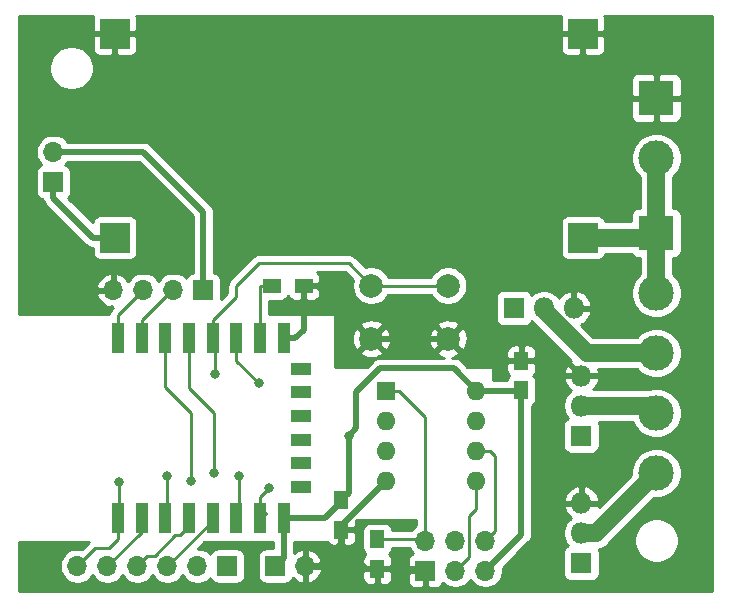
<source format=gtl>
G04 #@! TF.GenerationSoftware,KiCad,Pcbnew,(5.1.5)-3*
G04 #@! TF.CreationDate,2020-04-09T15:05:06+03:00*
G04 #@! TF.ProjectId,DCDimmer,44434469-6d6d-4657-922e-6b696361645f,rev?*
G04 #@! TF.SameCoordinates,Original*
G04 #@! TF.FileFunction,Copper,L1,Top*
G04 #@! TF.FilePolarity,Positive*
%FSLAX46Y46*%
G04 Gerber Fmt 4.6, Leading zero omitted, Abs format (unit mm)*
G04 Created by KiCad (PCBNEW (5.1.5)-3) date 2020-04-09 15:05:06*
%MOMM*%
%LPD*%
G04 APERTURE LIST*
%ADD10C,2.000000*%
%ADD11R,1.600000X1.600000*%
%ADD12O,1.600000X1.600000*%
%ADD13R,1.800000X1.800000*%
%ADD14O,1.800000X1.800000*%
%ADD15C,3.000000*%
%ADD16R,3.000000X3.000000*%
%ADD17R,2.499360X2.499360*%
%ADD18R,1.700000X1.700000*%
%ADD19O,1.700000X1.700000*%
%ADD20R,1.250000X1.500000*%
%ADD21R,1.500000X1.300000*%
%ADD22R,1.000000X2.500000*%
%ADD23R,1.800000X1.000000*%
%ADD24C,0.800000*%
%ADD25C,0.250000*%
%ADD26C,0.500000*%
%ADD27C,1.500000*%
%ADD28C,0.254000*%
G04 APERTURE END LIST*
D10*
X132080000Y-99115000D03*
X132080000Y-94615000D03*
X138580000Y-99115000D03*
X138580000Y-94615000D03*
D11*
X133350000Y-103505000D03*
D12*
X140970000Y-111125000D03*
X133350000Y-106045000D03*
X140970000Y-108585000D03*
X133350000Y-108585000D03*
X140970000Y-106045000D03*
X133350000Y-111125000D03*
X140970000Y-103505000D03*
D13*
X144145000Y-96520000D03*
D14*
X146685000Y-96520000D03*
X149225000Y-96520000D03*
D15*
X156210000Y-95250000D03*
X156210000Y-100330000D03*
D16*
X156210000Y-90170000D03*
D15*
X156210000Y-105410000D03*
X156210000Y-110490000D03*
D16*
X156210000Y-78740000D03*
D15*
X156210000Y-83820000D03*
D17*
X110363000Y-73279000D03*
X110363000Y-90551000D03*
X149987000Y-73279000D03*
X149987000Y-90551000D03*
D18*
X119888000Y-118364000D03*
D19*
X117348000Y-118364000D03*
X114808000Y-118364000D03*
X112268000Y-118364000D03*
X109728000Y-118364000D03*
X107188000Y-118364000D03*
D18*
X117856000Y-94996000D03*
D19*
X115316000Y-94996000D03*
X112776000Y-94996000D03*
X110236000Y-94996000D03*
D18*
X123952000Y-118364000D03*
D19*
X126492000Y-118364000D03*
D20*
X132588000Y-116098000D03*
X132588000Y-118598000D03*
D21*
X123665000Y-94615000D03*
X126365000Y-94615000D03*
D20*
X144780000Y-103485000D03*
X144780000Y-100985000D03*
X129540000Y-115276000D03*
X129540000Y-112776000D03*
D18*
X105156000Y-85852000D03*
D19*
X105156000Y-83312000D03*
D18*
X136652000Y-118745000D03*
D19*
X136652000Y-116205000D03*
X139192000Y-118745000D03*
X139192000Y-116205000D03*
X141732000Y-118745000D03*
X141732000Y-116205000D03*
D13*
X149860000Y-107315000D03*
D14*
X149860000Y-104775000D03*
X149860000Y-102235000D03*
D13*
X149860000Y-118110000D03*
D14*
X149860000Y-115570000D03*
X149860000Y-113030000D03*
D22*
X110650000Y-114260000D03*
X112650000Y-114260000D03*
X114650000Y-114260000D03*
X116650000Y-114260000D03*
X118650000Y-114260000D03*
X120650000Y-114260000D03*
X122650000Y-114260000D03*
X124650000Y-114260000D03*
D23*
X126150000Y-111660000D03*
X126150000Y-109660000D03*
X126150000Y-107660000D03*
X126150000Y-105660000D03*
X126150000Y-103660000D03*
X126150000Y-101660000D03*
D22*
X124650000Y-99060000D03*
X122650000Y-99060000D03*
X120650000Y-99060000D03*
X118650000Y-99060000D03*
X116650000Y-99060000D03*
X114650000Y-99060000D03*
X112650000Y-99060000D03*
X110650000Y-99060000D03*
D24*
X110744000Y-111252000D03*
X114808000Y-110744000D03*
X130175000Y-107315000D03*
X122555000Y-102870000D03*
X123444000Y-111760000D03*
X118872000Y-102108000D03*
X120904000Y-110744000D03*
X118745000Y-110490000D03*
X116840000Y-111125000D03*
D25*
X110744000Y-114166000D02*
X110650000Y-114260000D01*
X110744000Y-111252000D02*
X110744000Y-114166000D01*
X110650000Y-114902000D02*
X110650000Y-114260000D01*
X110650000Y-114260000D02*
X110650000Y-116045000D01*
X110650000Y-116045000D02*
X109855000Y-116840000D01*
X108712000Y-116840000D02*
X107188000Y-118364000D01*
X109855000Y-116840000D02*
X108712000Y-116840000D01*
X114808000Y-114102000D02*
X114650000Y-114260000D01*
X114808000Y-110744000D02*
X114808000Y-114102000D01*
D26*
X105156000Y-83312000D02*
X112776000Y-83312000D01*
X117856000Y-88392000D02*
X117856000Y-94996000D01*
X112776000Y-83312000D02*
X117856000Y-88392000D01*
X144760000Y-103505000D02*
X144780000Y-103485000D01*
X140970000Y-103505000D02*
X144760000Y-103505000D01*
X144780000Y-115697000D02*
X141732000Y-118745000D01*
X144780000Y-103485000D02*
X144780000Y-115697000D01*
X124690000Y-114300000D02*
X124650000Y-114260000D01*
X124650000Y-117666000D02*
X123952000Y-118364000D01*
X124650000Y-114260000D02*
X124650000Y-117666000D01*
X129540000Y-112901000D02*
X129540000Y-112776000D01*
X128181000Y-114260000D02*
X129540000Y-112901000D01*
X124650000Y-114260000D02*
X128181000Y-114260000D01*
X139065000Y-101600000D02*
X140970000Y-103505000D01*
X130175000Y-107315000D02*
X130810000Y-106680000D01*
X132844998Y-101600000D02*
X139065000Y-101600000D01*
X130810000Y-103634998D02*
X132844998Y-101600000D01*
X130810000Y-106680000D02*
X130810000Y-103634998D01*
X130175000Y-112141000D02*
X129540000Y-112776000D01*
X130175000Y-107315000D02*
X130175000Y-112141000D01*
X136271000Y-118364000D02*
X136652000Y-118745000D01*
X140450000Y-100985000D02*
X138580000Y-99115000D01*
X144780000Y-100985000D02*
X140450000Y-100985000D01*
X148610000Y-100985000D02*
X149860000Y-102235000D01*
X144780000Y-100985000D02*
X148610000Y-100985000D01*
X144780000Y-100985000D02*
X144780000Y-101110000D01*
X132080000Y-99115000D02*
X138580000Y-99115000D01*
X129540000Y-116526000D02*
X127702000Y-118364000D01*
X127694081Y-118364000D02*
X126492000Y-118364000D01*
X127702000Y-118364000D02*
X127694081Y-118364000D01*
X131612000Y-118598000D02*
X132588000Y-118598000D01*
X129540000Y-116526000D02*
X131612000Y-118598000D01*
X129540000Y-115276000D02*
X129540000Y-116526000D01*
X136505000Y-118598000D02*
X136652000Y-118745000D01*
X132588000Y-118598000D02*
X136505000Y-118598000D01*
X129540000Y-114935000D02*
X129540000Y-115276000D01*
X133350000Y-111125000D02*
X129540000Y-114935000D01*
X125650000Y-99060000D02*
X124650000Y-99060000D01*
X126365000Y-98345000D02*
X125650000Y-99060000D01*
X126365000Y-94615000D02*
X126365000Y-98345000D01*
X127580000Y-94615000D02*
X126365000Y-94615000D01*
X132080000Y-99115000D02*
X127580000Y-94615000D01*
D25*
X120650000Y-99060000D02*
X120650000Y-100965000D01*
X120650000Y-100965000D02*
X122555000Y-102870000D01*
D26*
X108613320Y-90551000D02*
X110363000Y-90551000D01*
X105156000Y-87202000D02*
X108505000Y-90551000D01*
X108505000Y-90551000D02*
X108613320Y-90551000D01*
X105156000Y-85852000D02*
X105156000Y-87202000D01*
D25*
X136545000Y-116098000D02*
X136652000Y-116205000D01*
X132588000Y-116098000D02*
X136545000Y-116098000D01*
X136652000Y-115002919D02*
X136652000Y-116205000D01*
X136652000Y-105757000D02*
X136652000Y-115002919D01*
X134400000Y-103505000D02*
X136652000Y-105757000D01*
X133350000Y-103505000D02*
X134400000Y-103505000D01*
X133270000Y-103425000D02*
X133350000Y-103505000D01*
D27*
X155829000Y-90551000D02*
X156210000Y-90170000D01*
X149987000Y-90551000D02*
X155829000Y-90551000D01*
X156210000Y-90170000D02*
X156210000Y-83820000D01*
X156210000Y-90170000D02*
X156210000Y-95250000D01*
D25*
X140970000Y-111125000D02*
X140970000Y-113538000D01*
X140041999Y-117895001D02*
X139192000Y-118745000D01*
X140367001Y-117569999D02*
X140041999Y-117895001D01*
X140367001Y-114140999D02*
X140367001Y-117569999D01*
X140970000Y-113538000D02*
X140367001Y-114140999D01*
X123190000Y-113890000D02*
X122800000Y-114280000D01*
X122650000Y-114260000D02*
X122650000Y-112554000D01*
X122650000Y-112554000D02*
X123444000Y-111760000D01*
X142581999Y-109065629D02*
X142581999Y-115355001D01*
X142101370Y-108585000D02*
X142581999Y-109065629D01*
X142581999Y-115355001D02*
X141732000Y-116205000D01*
X140970000Y-108585000D02*
X142101370Y-108585000D01*
X122665000Y-94615000D02*
X123665000Y-94615000D01*
X122650000Y-94630000D02*
X122665000Y-94615000D01*
X122650000Y-99060000D02*
X122650000Y-94630000D01*
X118872000Y-99282000D02*
X118650000Y-99060000D01*
X118872000Y-102108000D02*
X118872000Y-99282000D01*
X118650000Y-97560000D02*
X120650000Y-95560000D01*
X118650000Y-99060000D02*
X118650000Y-97560000D01*
X120650000Y-95560000D02*
X120650000Y-94615000D01*
X120650000Y-94615000D02*
X122555000Y-92710000D01*
X130175000Y-92710000D02*
X132080000Y-94615000D01*
X122555000Y-92710000D02*
X130175000Y-92710000D01*
X132080000Y-94615000D02*
X138580000Y-94615000D01*
X120904000Y-114006000D02*
X120650000Y-114260000D01*
X120904000Y-110744000D02*
X120904000Y-114006000D01*
X115214000Y-94996000D02*
X115316000Y-94996000D01*
X112650000Y-97560000D02*
X115214000Y-94996000D01*
X112650000Y-99060000D02*
X112650000Y-97560000D01*
X110650000Y-97122000D02*
X112776000Y-94996000D01*
X110650000Y-99060000D02*
X110650000Y-97122000D01*
X112650000Y-115442000D02*
X112650000Y-114260000D01*
X109728000Y-118364000D02*
X112650000Y-115442000D01*
X116650000Y-99060000D02*
X116650000Y-103315000D01*
X116650000Y-103315000D02*
X118745000Y-105410000D01*
X118745000Y-105410000D02*
X118745000Y-110490000D01*
X114650000Y-99060000D02*
X114650000Y-103220000D01*
X116840000Y-105410000D02*
X116840000Y-111125000D01*
X114650000Y-103220000D02*
X116840000Y-105410000D01*
X118650000Y-114522000D02*
X118650000Y-114260000D01*
X114808000Y-118364000D02*
X118650000Y-114522000D01*
X116650000Y-115010000D02*
X116650000Y-114260000D01*
X115900000Y-115760000D02*
X116650000Y-115010000D01*
X115485002Y-115760000D02*
X115900000Y-115760000D01*
X113731001Y-117514001D02*
X115485002Y-115760000D01*
X113117999Y-117514001D02*
X113731001Y-117514001D01*
X112268000Y-118364000D02*
X113117999Y-117514001D01*
D27*
X154088680Y-100330000D02*
X156210000Y-100330000D01*
X150296998Y-100330000D02*
X154088680Y-100330000D01*
X146685000Y-96718002D02*
X150296998Y-100330000D01*
X146685000Y-96520000D02*
X146685000Y-96718002D01*
X155575000Y-104775000D02*
X156210000Y-105410000D01*
X149860000Y-104775000D02*
X155575000Y-104775000D01*
X151130000Y-115570000D02*
X156210000Y-110490000D01*
X149860000Y-115570000D02*
X151130000Y-115570000D01*
D28*
G36*
X108523818Y-71785140D02*
G01*
X108487508Y-71904838D01*
X108475248Y-72029320D01*
X108478320Y-72993250D01*
X108637070Y-73152000D01*
X110236000Y-73152000D01*
X110236000Y-73132000D01*
X110490000Y-73132000D01*
X110490000Y-73152000D01*
X112088930Y-73152000D01*
X112247680Y-72993250D01*
X112250752Y-72029320D01*
X112238492Y-71904838D01*
X112202182Y-71785140D01*
X112188744Y-71760000D01*
X148161256Y-71760000D01*
X148147818Y-71785140D01*
X148111508Y-71904838D01*
X148099248Y-72029320D01*
X148102320Y-72993250D01*
X148261070Y-73152000D01*
X149860000Y-73152000D01*
X149860000Y-73132000D01*
X150114000Y-73132000D01*
X150114000Y-73152000D01*
X151712930Y-73152000D01*
X151871680Y-72993250D01*
X151874752Y-72029320D01*
X151862492Y-71904838D01*
X151826182Y-71785140D01*
X151812744Y-71760000D01*
X160940000Y-71760000D01*
X160940001Y-120480000D01*
X102240000Y-120480000D01*
X102240000Y-116332000D01*
X108145197Y-116332000D01*
X107554407Y-116922790D01*
X107334260Y-116879000D01*
X107041740Y-116879000D01*
X106754842Y-116936068D01*
X106484589Y-117048010D01*
X106241368Y-117210525D01*
X106034525Y-117417368D01*
X105872010Y-117660589D01*
X105760068Y-117930842D01*
X105703000Y-118217740D01*
X105703000Y-118510260D01*
X105760068Y-118797158D01*
X105872010Y-119067411D01*
X106034525Y-119310632D01*
X106241368Y-119517475D01*
X106484589Y-119679990D01*
X106754842Y-119791932D01*
X107041740Y-119849000D01*
X107334260Y-119849000D01*
X107621158Y-119791932D01*
X107891411Y-119679990D01*
X108134632Y-119517475D01*
X108341475Y-119310632D01*
X108458000Y-119136240D01*
X108574525Y-119310632D01*
X108781368Y-119517475D01*
X109024589Y-119679990D01*
X109294842Y-119791932D01*
X109581740Y-119849000D01*
X109874260Y-119849000D01*
X110161158Y-119791932D01*
X110431411Y-119679990D01*
X110674632Y-119517475D01*
X110881475Y-119310632D01*
X110998000Y-119136240D01*
X111114525Y-119310632D01*
X111321368Y-119517475D01*
X111564589Y-119679990D01*
X111834842Y-119791932D01*
X112121740Y-119849000D01*
X112414260Y-119849000D01*
X112701158Y-119791932D01*
X112971411Y-119679990D01*
X113214632Y-119517475D01*
X113421475Y-119310632D01*
X113538000Y-119136240D01*
X113654525Y-119310632D01*
X113861368Y-119517475D01*
X114104589Y-119679990D01*
X114374842Y-119791932D01*
X114661740Y-119849000D01*
X114954260Y-119849000D01*
X115241158Y-119791932D01*
X115511411Y-119679990D01*
X115754632Y-119517475D01*
X115961475Y-119310632D01*
X116078000Y-119136240D01*
X116194525Y-119310632D01*
X116401368Y-119517475D01*
X116644589Y-119679990D01*
X116914842Y-119791932D01*
X117201740Y-119849000D01*
X117494260Y-119849000D01*
X117781158Y-119791932D01*
X118051411Y-119679990D01*
X118294632Y-119517475D01*
X118426487Y-119385620D01*
X118448498Y-119458180D01*
X118507463Y-119568494D01*
X118586815Y-119665185D01*
X118683506Y-119744537D01*
X118793820Y-119803502D01*
X118913518Y-119839812D01*
X119038000Y-119852072D01*
X120738000Y-119852072D01*
X120862482Y-119839812D01*
X120982180Y-119803502D01*
X121092494Y-119744537D01*
X121189185Y-119665185D01*
X121268537Y-119568494D01*
X121327502Y-119458180D01*
X121363812Y-119338482D01*
X121376072Y-119214000D01*
X121376072Y-117514000D01*
X121363812Y-117389518D01*
X121327502Y-117269820D01*
X121268537Y-117159506D01*
X121189185Y-117062815D01*
X121092494Y-116983463D01*
X120982180Y-116924498D01*
X120862482Y-116888188D01*
X120738000Y-116875928D01*
X119038000Y-116875928D01*
X118913518Y-116888188D01*
X118793820Y-116924498D01*
X118683506Y-116983463D01*
X118586815Y-117062815D01*
X118507463Y-117159506D01*
X118448498Y-117269820D01*
X118426487Y-117342380D01*
X118294632Y-117210525D01*
X118051411Y-117048010D01*
X117781158Y-116936068D01*
X117494260Y-116879000D01*
X117367802Y-116879000D01*
X117914802Y-116332000D01*
X123765001Y-116332000D01*
X123765001Y-116875928D01*
X123102000Y-116875928D01*
X122977518Y-116888188D01*
X122857820Y-116924498D01*
X122747506Y-116983463D01*
X122650815Y-117062815D01*
X122571463Y-117159506D01*
X122512498Y-117269820D01*
X122476188Y-117389518D01*
X122463928Y-117514000D01*
X122463928Y-119214000D01*
X122476188Y-119338482D01*
X122512498Y-119458180D01*
X122571463Y-119568494D01*
X122650815Y-119665185D01*
X122747506Y-119744537D01*
X122857820Y-119803502D01*
X122977518Y-119839812D01*
X123102000Y-119852072D01*
X124802000Y-119852072D01*
X124926482Y-119839812D01*
X125046180Y-119803502D01*
X125156494Y-119744537D01*
X125253185Y-119665185D01*
X125332537Y-119568494D01*
X125391502Y-119458180D01*
X125415966Y-119377534D01*
X125491731Y-119461588D01*
X125725080Y-119635641D01*
X125987901Y-119760825D01*
X126135110Y-119805476D01*
X126365000Y-119684155D01*
X126365000Y-118491000D01*
X126619000Y-118491000D01*
X126619000Y-119684155D01*
X126848890Y-119805476D01*
X126996099Y-119760825D01*
X127258920Y-119635641D01*
X127492269Y-119461588D01*
X127594655Y-119348000D01*
X131324928Y-119348000D01*
X131337188Y-119472482D01*
X131373498Y-119592180D01*
X131432463Y-119702494D01*
X131511815Y-119799185D01*
X131608506Y-119878537D01*
X131718820Y-119937502D01*
X131838518Y-119973812D01*
X131963000Y-119986072D01*
X132302250Y-119983000D01*
X132461000Y-119824250D01*
X132461000Y-118725000D01*
X132715000Y-118725000D01*
X132715000Y-119824250D01*
X132873750Y-119983000D01*
X133213000Y-119986072D01*
X133337482Y-119973812D01*
X133457180Y-119937502D01*
X133567494Y-119878537D01*
X133664185Y-119799185D01*
X133743537Y-119702494D01*
X133800994Y-119595000D01*
X135163928Y-119595000D01*
X135176188Y-119719482D01*
X135212498Y-119839180D01*
X135271463Y-119949494D01*
X135350815Y-120046185D01*
X135447506Y-120125537D01*
X135557820Y-120184502D01*
X135677518Y-120220812D01*
X135802000Y-120233072D01*
X136366250Y-120230000D01*
X136525000Y-120071250D01*
X136525000Y-118872000D01*
X135325750Y-118872000D01*
X135167000Y-119030750D01*
X135163928Y-119595000D01*
X133800994Y-119595000D01*
X133802502Y-119592180D01*
X133838812Y-119472482D01*
X133851072Y-119348000D01*
X133848000Y-118883750D01*
X133689250Y-118725000D01*
X132715000Y-118725000D01*
X132461000Y-118725000D01*
X131486750Y-118725000D01*
X131328000Y-118883750D01*
X131324928Y-119348000D01*
X127594655Y-119348000D01*
X127687178Y-119245355D01*
X127836157Y-118995252D01*
X127933481Y-118720891D01*
X127812814Y-118491000D01*
X126619000Y-118491000D01*
X126365000Y-118491000D01*
X126345000Y-118491000D01*
X126345000Y-118237000D01*
X126365000Y-118237000D01*
X126365000Y-117043845D01*
X126619000Y-117043845D01*
X126619000Y-118237000D01*
X127812814Y-118237000D01*
X127933481Y-118007109D01*
X127836157Y-117732748D01*
X127687178Y-117482645D01*
X127492269Y-117266412D01*
X127258920Y-117092359D01*
X126996099Y-116967175D01*
X126848890Y-116922524D01*
X126619000Y-117043845D01*
X126365000Y-117043845D01*
X126135110Y-116922524D01*
X125987901Y-116967175D01*
X125725080Y-117092359D01*
X125535000Y-117234138D01*
X125535000Y-116332000D01*
X128358542Y-116332000D01*
X128384463Y-116380494D01*
X128463815Y-116477185D01*
X128560506Y-116556537D01*
X128670820Y-116615502D01*
X128790518Y-116651812D01*
X128915000Y-116664072D01*
X129254250Y-116661000D01*
X129413000Y-116502250D01*
X129413000Y-115403000D01*
X129667000Y-115403000D01*
X129667000Y-116502250D01*
X129825750Y-116661000D01*
X130165000Y-116664072D01*
X130289482Y-116651812D01*
X130409180Y-116615502D01*
X130519494Y-116556537D01*
X130616185Y-116477185D01*
X130695537Y-116380494D01*
X130754502Y-116270180D01*
X130790812Y-116150482D01*
X130803072Y-116026000D01*
X130800000Y-115561750D01*
X130641250Y-115403000D01*
X129667000Y-115403000D01*
X129413000Y-115403000D01*
X129393000Y-115403000D01*
X129393000Y-115149000D01*
X129413000Y-115149000D01*
X129413000Y-115129000D01*
X129667000Y-115129000D01*
X129667000Y-115149000D01*
X130641250Y-115149000D01*
X130800000Y-114990250D01*
X130803072Y-114526000D01*
X130793322Y-114427000D01*
X135892001Y-114427000D01*
X135892001Y-114926821D01*
X135705368Y-115051525D01*
X135498525Y-115258368D01*
X135445317Y-115338000D01*
X133850087Y-115338000D01*
X133838812Y-115223518D01*
X133802502Y-115103820D01*
X133743537Y-114993506D01*
X133664185Y-114896815D01*
X133567494Y-114817463D01*
X133457180Y-114758498D01*
X133337482Y-114722188D01*
X133213000Y-114709928D01*
X131963000Y-114709928D01*
X131838518Y-114722188D01*
X131718820Y-114758498D01*
X131608506Y-114817463D01*
X131511815Y-114896815D01*
X131432463Y-114993506D01*
X131373498Y-115103820D01*
X131337188Y-115223518D01*
X131324928Y-115348000D01*
X131324928Y-116848000D01*
X131337188Y-116972482D01*
X131373498Y-117092180D01*
X131432463Y-117202494D01*
X131511815Y-117299185D01*
X131571296Y-117348000D01*
X131511815Y-117396815D01*
X131432463Y-117493506D01*
X131373498Y-117603820D01*
X131337188Y-117723518D01*
X131324928Y-117848000D01*
X131328000Y-118312250D01*
X131486750Y-118471000D01*
X132461000Y-118471000D01*
X132461000Y-118451000D01*
X132715000Y-118451000D01*
X132715000Y-118471000D01*
X133689250Y-118471000D01*
X133848000Y-118312250D01*
X133851072Y-117848000D01*
X133838812Y-117723518D01*
X133802502Y-117603820D01*
X133743537Y-117493506D01*
X133664185Y-117396815D01*
X133604704Y-117348000D01*
X133664185Y-117299185D01*
X133743537Y-117202494D01*
X133802502Y-117092180D01*
X133838812Y-116972482D01*
X133850087Y-116858000D01*
X135315129Y-116858000D01*
X135336010Y-116908411D01*
X135498525Y-117151632D01*
X135630380Y-117283487D01*
X135557820Y-117305498D01*
X135447506Y-117364463D01*
X135350815Y-117443815D01*
X135271463Y-117540506D01*
X135212498Y-117650820D01*
X135176188Y-117770518D01*
X135163928Y-117895000D01*
X135167000Y-118459250D01*
X135325750Y-118618000D01*
X136525000Y-118618000D01*
X136525000Y-118598000D01*
X136779000Y-118598000D01*
X136779000Y-118618000D01*
X136799000Y-118618000D01*
X136799000Y-118872000D01*
X136779000Y-118872000D01*
X136779000Y-120071250D01*
X136937750Y-120230000D01*
X137502000Y-120233072D01*
X137626482Y-120220812D01*
X137746180Y-120184502D01*
X137856494Y-120125537D01*
X137953185Y-120046185D01*
X138032537Y-119949494D01*
X138091502Y-119839180D01*
X138113513Y-119766620D01*
X138245368Y-119898475D01*
X138488589Y-120060990D01*
X138758842Y-120172932D01*
X139045740Y-120230000D01*
X139338260Y-120230000D01*
X139625158Y-120172932D01*
X139895411Y-120060990D01*
X140138632Y-119898475D01*
X140345475Y-119691632D01*
X140462000Y-119517240D01*
X140578525Y-119691632D01*
X140785368Y-119898475D01*
X141028589Y-120060990D01*
X141298842Y-120172932D01*
X141585740Y-120230000D01*
X141878260Y-120230000D01*
X142165158Y-120172932D01*
X142435411Y-120060990D01*
X142678632Y-119898475D01*
X142885475Y-119691632D01*
X143047990Y-119448411D01*
X143159932Y-119178158D01*
X143217000Y-118891260D01*
X143217000Y-118598740D01*
X143202539Y-118526039D01*
X144518578Y-117210000D01*
X148321928Y-117210000D01*
X148321928Y-119010000D01*
X148334188Y-119134482D01*
X148370498Y-119254180D01*
X148429463Y-119364494D01*
X148508815Y-119461185D01*
X148605506Y-119540537D01*
X148715820Y-119599502D01*
X148835518Y-119635812D01*
X148960000Y-119648072D01*
X150760000Y-119648072D01*
X150884482Y-119635812D01*
X151004180Y-119599502D01*
X151114494Y-119540537D01*
X151211185Y-119461185D01*
X151290537Y-119364494D01*
X151349502Y-119254180D01*
X151385812Y-119134482D01*
X151398072Y-119010000D01*
X151398072Y-117210000D01*
X151385812Y-117085518D01*
X151349502Y-116965820D01*
X151336433Y-116941369D01*
X151401507Y-116934960D01*
X151662581Y-116855764D01*
X151903188Y-116727157D01*
X152114081Y-116554081D01*
X152157454Y-116501231D01*
X152639341Y-116019344D01*
X154325000Y-116019344D01*
X154325000Y-116390656D01*
X154397439Y-116754834D01*
X154539534Y-117097882D01*
X154745825Y-117406618D01*
X155008382Y-117669175D01*
X155317118Y-117875466D01*
X155660166Y-118017561D01*
X156024344Y-118090000D01*
X156395656Y-118090000D01*
X156759834Y-118017561D01*
X157102882Y-117875466D01*
X157411618Y-117669175D01*
X157674175Y-117406618D01*
X157880466Y-117097882D01*
X158022561Y-116754834D01*
X158095000Y-116390656D01*
X158095000Y-116019344D01*
X158022561Y-115655166D01*
X157880466Y-115312118D01*
X157674175Y-115003382D01*
X157411618Y-114740825D01*
X157102882Y-114534534D01*
X156759834Y-114392439D01*
X156395656Y-114320000D01*
X156024344Y-114320000D01*
X155660166Y-114392439D01*
X155317118Y-114534534D01*
X155008382Y-114740825D01*
X154745825Y-115003382D01*
X154539534Y-115312118D01*
X154397439Y-115655166D01*
X154325000Y-116019344D01*
X152639341Y-116019344D01*
X156033686Y-112625000D01*
X156420279Y-112625000D01*
X156832756Y-112542953D01*
X157221302Y-112382012D01*
X157570983Y-112148363D01*
X157868363Y-111850983D01*
X158102012Y-111501302D01*
X158262953Y-111112756D01*
X158345000Y-110700279D01*
X158345000Y-110279721D01*
X158262953Y-109867244D01*
X158102012Y-109478698D01*
X157868363Y-109129017D01*
X157570983Y-108831637D01*
X157221302Y-108597988D01*
X156832756Y-108437047D01*
X156420279Y-108355000D01*
X155999721Y-108355000D01*
X155587244Y-108437047D01*
X155198698Y-108597988D01*
X154849017Y-108831637D01*
X154551637Y-109129017D01*
X154317988Y-109478698D01*
X154157047Y-109867244D01*
X154075000Y-110279721D01*
X154075000Y-110666314D01*
X151349542Y-113391773D01*
X151230992Y-113157000D01*
X149987000Y-113157000D01*
X149987000Y-113177000D01*
X149733000Y-113177000D01*
X149733000Y-113157000D01*
X148489008Y-113157000D01*
X148368959Y-113394741D01*
X148468766Y-113678620D01*
X148622038Y-113937573D01*
X148822884Y-114161649D01*
X149002802Y-114296633D01*
X148881495Y-114377688D01*
X148667688Y-114591495D01*
X148499701Y-114842905D01*
X148383989Y-115122257D01*
X148325000Y-115418816D01*
X148325000Y-115721184D01*
X148383989Y-116017743D01*
X148499701Y-116297095D01*
X148667688Y-116548505D01*
X148734127Y-116614944D01*
X148715820Y-116620498D01*
X148605506Y-116679463D01*
X148508815Y-116758815D01*
X148429463Y-116855506D01*
X148370498Y-116965820D01*
X148334188Y-117085518D01*
X148321928Y-117210000D01*
X144518578Y-117210000D01*
X145375049Y-116353530D01*
X145408817Y-116325817D01*
X145519411Y-116191059D01*
X145601589Y-116037313D01*
X145640517Y-115908986D01*
X145652195Y-115870491D01*
X145653652Y-115855694D01*
X145665000Y-115740477D01*
X145665000Y-115740469D01*
X145669281Y-115697000D01*
X145665000Y-115653531D01*
X145665000Y-112665259D01*
X148368959Y-112665259D01*
X148489008Y-112903000D01*
X149733000Y-112903000D01*
X149733000Y-111659622D01*
X149987000Y-111659622D01*
X149987000Y-112903000D01*
X151230992Y-112903000D01*
X151351041Y-112665259D01*
X151251234Y-112381380D01*
X151097962Y-112122427D01*
X150897116Y-111898351D01*
X150656414Y-111717764D01*
X150385107Y-111587606D01*
X150224740Y-111538964D01*
X149987000Y-111659622D01*
X149733000Y-111659622D01*
X149495260Y-111538964D01*
X149334893Y-111587606D01*
X149063586Y-111717764D01*
X148822884Y-111898351D01*
X148622038Y-112122427D01*
X148468766Y-112381380D01*
X148368959Y-112665259D01*
X145665000Y-112665259D01*
X145665000Y-106415000D01*
X148321928Y-106415000D01*
X148321928Y-108215000D01*
X148334188Y-108339482D01*
X148370498Y-108459180D01*
X148429463Y-108569494D01*
X148508815Y-108666185D01*
X148605506Y-108745537D01*
X148715820Y-108804502D01*
X148835518Y-108840812D01*
X148960000Y-108853072D01*
X150760000Y-108853072D01*
X150884482Y-108840812D01*
X151004180Y-108804502D01*
X151114494Y-108745537D01*
X151211185Y-108666185D01*
X151290537Y-108569494D01*
X151349502Y-108459180D01*
X151385812Y-108339482D01*
X151398072Y-108215000D01*
X151398072Y-106415000D01*
X151385812Y-106290518D01*
X151349502Y-106170820D01*
X151343718Y-106160000D01*
X154209753Y-106160000D01*
X154317988Y-106421302D01*
X154551637Y-106770983D01*
X154849017Y-107068363D01*
X155198698Y-107302012D01*
X155587244Y-107462953D01*
X155999721Y-107545000D01*
X156420279Y-107545000D01*
X156832756Y-107462953D01*
X157221302Y-107302012D01*
X157570983Y-107068363D01*
X157868363Y-106770983D01*
X158102012Y-106421302D01*
X158262953Y-106032756D01*
X158345000Y-105620279D01*
X158345000Y-105199721D01*
X158262953Y-104787244D01*
X158102012Y-104398698D01*
X157868363Y-104049017D01*
X157570983Y-103751637D01*
X157221302Y-103517988D01*
X156832756Y-103357047D01*
X156420279Y-103275000D01*
X155999721Y-103275000D01*
X155587244Y-103357047D01*
X155507912Y-103389907D01*
X155506971Y-103390000D01*
X150865992Y-103390000D01*
X150897116Y-103366649D01*
X151097962Y-103142573D01*
X151251234Y-102883620D01*
X151351041Y-102599741D01*
X151230992Y-102362000D01*
X149987000Y-102362000D01*
X149987000Y-102382000D01*
X149733000Y-102382000D01*
X149733000Y-102362000D01*
X148489008Y-102362000D01*
X148368959Y-102599741D01*
X148468766Y-102883620D01*
X148622038Y-103142573D01*
X148822884Y-103366649D01*
X149002802Y-103501633D01*
X148881495Y-103582688D01*
X148667688Y-103796495D01*
X148499701Y-104047905D01*
X148383989Y-104327257D01*
X148325000Y-104623816D01*
X148325000Y-104926184D01*
X148383989Y-105222743D01*
X148499701Y-105502095D01*
X148667688Y-105753505D01*
X148734127Y-105819944D01*
X148715820Y-105825498D01*
X148605506Y-105884463D01*
X148508815Y-105963815D01*
X148429463Y-106060506D01*
X148370498Y-106170820D01*
X148334188Y-106290518D01*
X148321928Y-106415000D01*
X145665000Y-106415000D01*
X145665000Y-104816046D01*
X145759494Y-104765537D01*
X145856185Y-104686185D01*
X145935537Y-104589494D01*
X145994502Y-104479180D01*
X146030812Y-104359482D01*
X146043072Y-104235000D01*
X146043072Y-102735000D01*
X146030812Y-102610518D01*
X145994502Y-102490820D01*
X145935537Y-102380506D01*
X145856185Y-102283815D01*
X145796704Y-102235000D01*
X145856185Y-102186185D01*
X145935537Y-102089494D01*
X145994502Y-101979180D01*
X146030812Y-101859482D01*
X146043072Y-101735000D01*
X146040000Y-101270750D01*
X145881250Y-101112000D01*
X144907000Y-101112000D01*
X144907000Y-101132000D01*
X144653000Y-101132000D01*
X144653000Y-101112000D01*
X143678750Y-101112000D01*
X143520000Y-101270750D01*
X143516928Y-101735000D01*
X143529188Y-101859482D01*
X143565498Y-101979180D01*
X143624463Y-102089494D01*
X143703815Y-102186185D01*
X143763296Y-102235000D01*
X143703815Y-102283815D01*
X143624463Y-102380506D01*
X143565498Y-102490820D01*
X143529188Y-102610518D01*
X143528254Y-102620000D01*
X142367000Y-102620000D01*
X142367000Y-101600000D01*
X142364560Y-101575224D01*
X142357333Y-101551399D01*
X142345597Y-101529443D01*
X142329803Y-101510197D01*
X142310557Y-101494403D01*
X142288601Y-101482667D01*
X142264776Y-101475440D01*
X142240000Y-101473000D01*
X140189578Y-101473000D01*
X139721534Y-101004956D01*
X139693817Y-100971183D01*
X139559059Y-100860589D01*
X139405313Y-100778411D01*
X139238490Y-100727805D01*
X139108477Y-100715000D01*
X139108469Y-100715000D01*
X139065000Y-100710719D01*
X139021531Y-100715000D01*
X138946806Y-100715000D01*
X138961675Y-100712961D01*
X139266088Y-100607795D01*
X139440044Y-100514814D01*
X139535808Y-100250413D01*
X139520395Y-100235000D01*
X143516928Y-100235000D01*
X143520000Y-100699250D01*
X143678750Y-100858000D01*
X144653000Y-100858000D01*
X144653000Y-99758750D01*
X144907000Y-99758750D01*
X144907000Y-100858000D01*
X145881250Y-100858000D01*
X146040000Y-100699250D01*
X146043072Y-100235000D01*
X146030812Y-100110518D01*
X145994502Y-99990820D01*
X145935537Y-99880506D01*
X145856185Y-99783815D01*
X145759494Y-99704463D01*
X145649180Y-99645498D01*
X145529482Y-99609188D01*
X145405000Y-99596928D01*
X145065750Y-99600000D01*
X144907000Y-99758750D01*
X144653000Y-99758750D01*
X144494250Y-99600000D01*
X144155000Y-99596928D01*
X144030518Y-99609188D01*
X143910820Y-99645498D01*
X143800506Y-99704463D01*
X143703815Y-99783815D01*
X143624463Y-99880506D01*
X143565498Y-99990820D01*
X143529188Y-100110518D01*
X143516928Y-100235000D01*
X139520395Y-100235000D01*
X138580000Y-99294605D01*
X137624192Y-100250413D01*
X137719956Y-100514814D01*
X138009571Y-100655704D01*
X138235733Y-100715000D01*
X132888467Y-100715000D01*
X132844998Y-100710719D01*
X132801529Y-100715000D01*
X132801521Y-100715000D01*
X132671508Y-100727805D01*
X132504685Y-100778411D01*
X132388454Y-100840537D01*
X132350939Y-100860589D01*
X132249951Y-100943468D01*
X132249949Y-100943470D01*
X132216181Y-100971183D01*
X132188468Y-101004951D01*
X131720419Y-101473000D01*
X129032000Y-101473000D01*
X129032000Y-100250413D01*
X131124192Y-100250413D01*
X131219956Y-100514814D01*
X131509571Y-100655704D01*
X131821108Y-100737384D01*
X132142595Y-100756718D01*
X132461675Y-100712961D01*
X132766088Y-100607795D01*
X132940044Y-100514814D01*
X133035808Y-100250413D01*
X132080000Y-99294605D01*
X131124192Y-100250413D01*
X129032000Y-100250413D01*
X129032000Y-99177595D01*
X130438282Y-99177595D01*
X130482039Y-99496675D01*
X130587205Y-99801088D01*
X130680186Y-99975044D01*
X130944587Y-100070808D01*
X131900395Y-99115000D01*
X132259605Y-99115000D01*
X133215413Y-100070808D01*
X133479814Y-99975044D01*
X133620704Y-99685429D01*
X133702384Y-99373892D01*
X133714189Y-99177595D01*
X136938282Y-99177595D01*
X136982039Y-99496675D01*
X137087205Y-99801088D01*
X137180186Y-99975044D01*
X137444587Y-100070808D01*
X138400395Y-99115000D01*
X138759605Y-99115000D01*
X139715413Y-100070808D01*
X139979814Y-99975044D01*
X140120704Y-99685429D01*
X140202384Y-99373892D01*
X140221718Y-99052405D01*
X140177961Y-98733325D01*
X140072795Y-98428912D01*
X139979814Y-98254956D01*
X139715413Y-98159192D01*
X138759605Y-99115000D01*
X138400395Y-99115000D01*
X137444587Y-98159192D01*
X137180186Y-98254956D01*
X137039296Y-98544571D01*
X136957616Y-98856108D01*
X136938282Y-99177595D01*
X133714189Y-99177595D01*
X133721718Y-99052405D01*
X133677961Y-98733325D01*
X133572795Y-98428912D01*
X133479814Y-98254956D01*
X133215413Y-98159192D01*
X132259605Y-99115000D01*
X131900395Y-99115000D01*
X130944587Y-98159192D01*
X130680186Y-98254956D01*
X130539296Y-98544571D01*
X130457616Y-98856108D01*
X130438282Y-99177595D01*
X129032000Y-99177595D01*
X129032000Y-97979587D01*
X131124192Y-97979587D01*
X132080000Y-98935395D01*
X133035808Y-97979587D01*
X137624192Y-97979587D01*
X138580000Y-98935395D01*
X139535808Y-97979587D01*
X139440044Y-97715186D01*
X139150429Y-97574296D01*
X138838892Y-97492616D01*
X138517405Y-97473282D01*
X138198325Y-97517039D01*
X137893912Y-97622205D01*
X137719956Y-97715186D01*
X137624192Y-97979587D01*
X133035808Y-97979587D01*
X132940044Y-97715186D01*
X132650429Y-97574296D01*
X132338892Y-97492616D01*
X132017405Y-97473282D01*
X131698325Y-97517039D01*
X131393912Y-97622205D01*
X131219956Y-97715186D01*
X131124192Y-97979587D01*
X129032000Y-97979587D01*
X129032000Y-97155000D01*
X129029560Y-97130224D01*
X129022333Y-97106399D01*
X129010597Y-97084443D01*
X128994803Y-97065197D01*
X128975557Y-97049403D01*
X128953601Y-97037667D01*
X128929776Y-97030440D01*
X128905000Y-97028000D01*
X123410000Y-97028000D01*
X123410000Y-95903072D01*
X124415000Y-95903072D01*
X124539482Y-95890812D01*
X124659180Y-95854502D01*
X124769494Y-95795537D01*
X124866185Y-95716185D01*
X124945537Y-95619494D01*
X125004502Y-95509180D01*
X125015000Y-95474573D01*
X125025498Y-95509180D01*
X125084463Y-95619494D01*
X125163815Y-95716185D01*
X125260506Y-95795537D01*
X125370820Y-95854502D01*
X125490518Y-95890812D01*
X125615000Y-95903072D01*
X126079250Y-95900000D01*
X126238000Y-95741250D01*
X126238000Y-94742000D01*
X126492000Y-94742000D01*
X126492000Y-95741250D01*
X126650750Y-95900000D01*
X127115000Y-95903072D01*
X127239482Y-95890812D01*
X127359180Y-95854502D01*
X127469494Y-95795537D01*
X127566185Y-95716185D01*
X127645537Y-95619494D01*
X127704502Y-95509180D01*
X127740812Y-95389482D01*
X127753072Y-95265000D01*
X127750000Y-94900750D01*
X127591250Y-94742000D01*
X126492000Y-94742000D01*
X126238000Y-94742000D01*
X126218000Y-94742000D01*
X126218000Y-94488000D01*
X126238000Y-94488000D01*
X126238000Y-94468000D01*
X126492000Y-94468000D01*
X126492000Y-94488000D01*
X127591250Y-94488000D01*
X127750000Y-94329250D01*
X127753072Y-93965000D01*
X127740812Y-93840518D01*
X127704502Y-93720820D01*
X127645537Y-93610506D01*
X127566185Y-93513815D01*
X127512796Y-93470000D01*
X129860199Y-93470000D01*
X130513823Y-94123624D01*
X130507832Y-94138088D01*
X130445000Y-94453967D01*
X130445000Y-94776033D01*
X130507832Y-95091912D01*
X130631082Y-95389463D01*
X130810013Y-95657252D01*
X131037748Y-95884987D01*
X131305537Y-96063918D01*
X131603088Y-96187168D01*
X131918967Y-96250000D01*
X132241033Y-96250000D01*
X132556912Y-96187168D01*
X132854463Y-96063918D01*
X133122252Y-95884987D01*
X133349987Y-95657252D01*
X133528918Y-95389463D01*
X133534909Y-95375000D01*
X137125091Y-95375000D01*
X137131082Y-95389463D01*
X137310013Y-95657252D01*
X137537748Y-95884987D01*
X137805537Y-96063918D01*
X138103088Y-96187168D01*
X138418967Y-96250000D01*
X138741033Y-96250000D01*
X139056912Y-96187168D01*
X139354463Y-96063918D01*
X139622252Y-95884987D01*
X139849987Y-95657252D01*
X139874878Y-95620000D01*
X142606928Y-95620000D01*
X142606928Y-97420000D01*
X142619188Y-97544482D01*
X142655498Y-97664180D01*
X142714463Y-97774494D01*
X142793815Y-97871185D01*
X142890506Y-97950537D01*
X143000820Y-98009502D01*
X143120518Y-98045812D01*
X143245000Y-98058072D01*
X145045000Y-98058072D01*
X145169482Y-98045812D01*
X145289180Y-98009502D01*
X145399494Y-97950537D01*
X145496185Y-97871185D01*
X145575537Y-97774494D01*
X145634502Y-97664180D01*
X145640056Y-97645873D01*
X145706495Y-97712312D01*
X145743568Y-97737083D01*
X145753764Y-97745451D01*
X148987877Y-100979565D01*
X148822884Y-101103351D01*
X148622038Y-101327427D01*
X148468766Y-101586380D01*
X148368959Y-101870259D01*
X148489008Y-102108000D01*
X149733000Y-102108000D01*
X149733000Y-102088000D01*
X149987000Y-102088000D01*
X149987000Y-102108000D01*
X151230992Y-102108000D01*
X151351041Y-101870259D01*
X151296455Y-101715000D01*
X154575654Y-101715000D01*
X154849017Y-101988363D01*
X155198698Y-102222012D01*
X155587244Y-102382953D01*
X155999721Y-102465000D01*
X156420279Y-102465000D01*
X156832756Y-102382953D01*
X157221302Y-102222012D01*
X157570983Y-101988363D01*
X157868363Y-101690983D01*
X158102012Y-101341302D01*
X158262953Y-100952756D01*
X158345000Y-100540279D01*
X158345000Y-100119721D01*
X158262953Y-99707244D01*
X158102012Y-99318698D01*
X157868363Y-98969017D01*
X157570983Y-98671637D01*
X157221302Y-98437988D01*
X156832756Y-98277047D01*
X156420279Y-98195000D01*
X155999721Y-98195000D01*
X155587244Y-98277047D01*
X155198698Y-98437988D01*
X154849017Y-98671637D01*
X154575654Y-98945000D01*
X150870684Y-98945000D01*
X149846465Y-97920781D01*
X149873620Y-97911234D01*
X150132573Y-97757962D01*
X150356649Y-97557116D01*
X150537236Y-97316414D01*
X150667394Y-97045107D01*
X150716036Y-96884740D01*
X150595378Y-96647000D01*
X149352000Y-96647000D01*
X149352000Y-96667000D01*
X149098000Y-96667000D01*
X149098000Y-96647000D01*
X149078000Y-96647000D01*
X149078000Y-96393000D01*
X149098000Y-96393000D01*
X149098000Y-95149008D01*
X149352000Y-95149008D01*
X149352000Y-96393000D01*
X150595378Y-96393000D01*
X150716036Y-96155260D01*
X150667394Y-95994893D01*
X150537236Y-95723586D01*
X150356649Y-95482884D01*
X150132573Y-95282038D01*
X149873620Y-95128766D01*
X149589741Y-95028959D01*
X149352000Y-95149008D01*
X149098000Y-95149008D01*
X148860259Y-95028959D01*
X148576380Y-95128766D01*
X148317427Y-95282038D01*
X148093351Y-95482884D01*
X147958367Y-95662802D01*
X147877312Y-95541495D01*
X147663505Y-95327688D01*
X147412095Y-95159701D01*
X147132743Y-95043989D01*
X146836184Y-94985000D01*
X146533816Y-94985000D01*
X146237257Y-95043989D01*
X145957905Y-95159701D01*
X145706495Y-95327688D01*
X145640056Y-95394127D01*
X145634502Y-95375820D01*
X145575537Y-95265506D01*
X145496185Y-95168815D01*
X145399494Y-95089463D01*
X145289180Y-95030498D01*
X145169482Y-94994188D01*
X145045000Y-94981928D01*
X143245000Y-94981928D01*
X143120518Y-94994188D01*
X143000820Y-95030498D01*
X142890506Y-95089463D01*
X142793815Y-95168815D01*
X142714463Y-95265506D01*
X142655498Y-95375820D01*
X142619188Y-95495518D01*
X142606928Y-95620000D01*
X139874878Y-95620000D01*
X140028918Y-95389463D01*
X140152168Y-95091912D01*
X140215000Y-94776033D01*
X140215000Y-94453967D01*
X140152168Y-94138088D01*
X140028918Y-93840537D01*
X139849987Y-93572748D01*
X139622252Y-93345013D01*
X139354463Y-93166082D01*
X139056912Y-93042832D01*
X138741033Y-92980000D01*
X138418967Y-92980000D01*
X138103088Y-93042832D01*
X137805537Y-93166082D01*
X137537748Y-93345013D01*
X137310013Y-93572748D01*
X137131082Y-93840537D01*
X137125091Y-93855000D01*
X133534909Y-93855000D01*
X133528918Y-93840537D01*
X133349987Y-93572748D01*
X133122252Y-93345013D01*
X132854463Y-93166082D01*
X132556912Y-93042832D01*
X132241033Y-92980000D01*
X131918967Y-92980000D01*
X131603088Y-93042832D01*
X131588624Y-93048823D01*
X130738804Y-92199003D01*
X130715001Y-92169999D01*
X130599276Y-92075026D01*
X130467247Y-92004454D01*
X130323986Y-91960997D01*
X130212333Y-91950000D01*
X130212322Y-91950000D01*
X130175000Y-91946324D01*
X130137678Y-91950000D01*
X122592323Y-91950000D01*
X122555000Y-91946324D01*
X122517677Y-91950000D01*
X122517667Y-91950000D01*
X122406014Y-91960997D01*
X122262753Y-92004454D01*
X122130724Y-92075026D01*
X122014999Y-92169999D01*
X121991201Y-92198997D01*
X120138998Y-94051201D01*
X120110000Y-94074999D01*
X120086202Y-94103997D01*
X120086201Y-94103998D01*
X120015026Y-94190724D01*
X119944454Y-94322754D01*
X119932845Y-94361026D01*
X119904653Y-94453967D01*
X119900998Y-94466015D01*
X119886324Y-94615000D01*
X119890001Y-94652332D01*
X119890000Y-95245198D01*
X119344072Y-95791126D01*
X119344072Y-94146000D01*
X119331812Y-94021518D01*
X119295502Y-93901820D01*
X119236537Y-93791506D01*
X119157185Y-93694815D01*
X119060494Y-93615463D01*
X118950180Y-93556498D01*
X118830482Y-93520188D01*
X118741000Y-93511375D01*
X118741000Y-89301320D01*
X148099248Y-89301320D01*
X148099248Y-91800680D01*
X148111508Y-91925162D01*
X148147818Y-92044860D01*
X148206783Y-92155174D01*
X148286135Y-92251865D01*
X148382826Y-92331217D01*
X148493140Y-92390182D01*
X148612838Y-92426492D01*
X148737320Y-92438752D01*
X151236680Y-92438752D01*
X151361162Y-92426492D01*
X151480860Y-92390182D01*
X151591174Y-92331217D01*
X151687865Y-92251865D01*
X151767217Y-92155174D01*
X151826182Y-92044860D01*
X151859204Y-91936000D01*
X154132161Y-91936000D01*
X154179463Y-92024494D01*
X154258815Y-92121185D01*
X154355506Y-92200537D01*
X154465820Y-92259502D01*
X154585518Y-92295812D01*
X154710000Y-92308072D01*
X154825000Y-92308072D01*
X154825001Y-93615653D01*
X154551637Y-93889017D01*
X154317988Y-94238698D01*
X154157047Y-94627244D01*
X154075000Y-95039721D01*
X154075000Y-95460279D01*
X154157047Y-95872756D01*
X154317988Y-96261302D01*
X154551637Y-96610983D01*
X154849017Y-96908363D01*
X155198698Y-97142012D01*
X155587244Y-97302953D01*
X155999721Y-97385000D01*
X156420279Y-97385000D01*
X156832756Y-97302953D01*
X157221302Y-97142012D01*
X157570983Y-96908363D01*
X157868363Y-96610983D01*
X158102012Y-96261302D01*
X158262953Y-95872756D01*
X158345000Y-95460279D01*
X158345000Y-95039721D01*
X158262953Y-94627244D01*
X158102012Y-94238698D01*
X157868363Y-93889017D01*
X157595000Y-93615654D01*
X157595000Y-92308072D01*
X157710000Y-92308072D01*
X157834482Y-92295812D01*
X157954180Y-92259502D01*
X158064494Y-92200537D01*
X158161185Y-92121185D01*
X158240537Y-92024494D01*
X158299502Y-91914180D01*
X158335812Y-91794482D01*
X158348072Y-91670000D01*
X158348072Y-88670000D01*
X158335812Y-88545518D01*
X158299502Y-88425820D01*
X158240537Y-88315506D01*
X158161185Y-88218815D01*
X158064494Y-88139463D01*
X157954180Y-88080498D01*
X157834482Y-88044188D01*
X157710000Y-88031928D01*
X157595000Y-88031928D01*
X157595000Y-85454346D01*
X157868363Y-85180983D01*
X158102012Y-84831302D01*
X158262953Y-84442756D01*
X158345000Y-84030279D01*
X158345000Y-83609721D01*
X158262953Y-83197244D01*
X158102012Y-82808698D01*
X157868363Y-82459017D01*
X157570983Y-82161637D01*
X157221302Y-81927988D01*
X156832756Y-81767047D01*
X156420279Y-81685000D01*
X155999721Y-81685000D01*
X155587244Y-81767047D01*
X155198698Y-81927988D01*
X154849017Y-82161637D01*
X154551637Y-82459017D01*
X154317988Y-82808698D01*
X154157047Y-83197244D01*
X154075000Y-83609721D01*
X154075000Y-84030279D01*
X154157047Y-84442756D01*
X154317988Y-84831302D01*
X154551637Y-85180983D01*
X154825001Y-85454347D01*
X154825000Y-88031928D01*
X154710000Y-88031928D01*
X154585518Y-88044188D01*
X154465820Y-88080498D01*
X154355506Y-88139463D01*
X154258815Y-88218815D01*
X154179463Y-88315506D01*
X154120498Y-88425820D01*
X154084188Y-88545518D01*
X154071928Y-88670000D01*
X154071928Y-89166000D01*
X151859204Y-89166000D01*
X151826182Y-89057140D01*
X151767217Y-88946826D01*
X151687865Y-88850135D01*
X151591174Y-88770783D01*
X151480860Y-88711818D01*
X151361162Y-88675508D01*
X151236680Y-88663248D01*
X148737320Y-88663248D01*
X148612838Y-88675508D01*
X148493140Y-88711818D01*
X148382826Y-88770783D01*
X148286135Y-88850135D01*
X148206783Y-88946826D01*
X148147818Y-89057140D01*
X148111508Y-89176838D01*
X148099248Y-89301320D01*
X118741000Y-89301320D01*
X118741000Y-88435469D01*
X118745281Y-88392000D01*
X118741000Y-88348531D01*
X118741000Y-88348523D01*
X118728195Y-88218510D01*
X118677589Y-88051687D01*
X118595411Y-87897941D01*
X118512532Y-87796953D01*
X118512530Y-87796951D01*
X118484817Y-87763183D01*
X118451051Y-87735472D01*
X113432534Y-82716956D01*
X113404817Y-82683183D01*
X113270059Y-82572589D01*
X113116313Y-82490411D01*
X112949490Y-82439805D01*
X112819477Y-82427000D01*
X112819469Y-82427000D01*
X112776000Y-82422719D01*
X112732531Y-82427000D01*
X106350656Y-82427000D01*
X106309475Y-82365368D01*
X106102632Y-82158525D01*
X105859411Y-81996010D01*
X105589158Y-81884068D01*
X105302260Y-81827000D01*
X105009740Y-81827000D01*
X104722842Y-81884068D01*
X104452589Y-81996010D01*
X104209368Y-82158525D01*
X104002525Y-82365368D01*
X103840010Y-82608589D01*
X103728068Y-82878842D01*
X103671000Y-83165740D01*
X103671000Y-83458260D01*
X103728068Y-83745158D01*
X103840010Y-84015411D01*
X104002525Y-84258632D01*
X104134380Y-84390487D01*
X104061820Y-84412498D01*
X103951506Y-84471463D01*
X103854815Y-84550815D01*
X103775463Y-84647506D01*
X103716498Y-84757820D01*
X103680188Y-84877518D01*
X103667928Y-85002000D01*
X103667928Y-86702000D01*
X103680188Y-86826482D01*
X103716498Y-86946180D01*
X103775463Y-87056494D01*
X103854815Y-87153185D01*
X103951506Y-87232537D01*
X104061820Y-87291502D01*
X104181518Y-87327812D01*
X104280065Y-87337518D01*
X104283805Y-87375490D01*
X104334412Y-87542313D01*
X104416590Y-87696059D01*
X104499468Y-87797046D01*
X104499471Y-87797049D01*
X104527184Y-87830817D01*
X104560951Y-87858529D01*
X107848470Y-91146049D01*
X107876183Y-91179817D01*
X107909951Y-91207530D01*
X107909953Y-91207532D01*
X107981452Y-91266210D01*
X108010941Y-91290411D01*
X108164687Y-91372589D01*
X108331510Y-91423195D01*
X108461523Y-91436000D01*
X108461533Y-91436000D01*
X108475248Y-91437351D01*
X108475248Y-91800680D01*
X108487508Y-91925162D01*
X108523818Y-92044860D01*
X108582783Y-92155174D01*
X108662135Y-92251865D01*
X108758826Y-92331217D01*
X108869140Y-92390182D01*
X108988838Y-92426492D01*
X109113320Y-92438752D01*
X111612680Y-92438752D01*
X111737162Y-92426492D01*
X111856860Y-92390182D01*
X111967174Y-92331217D01*
X112063865Y-92251865D01*
X112143217Y-92155174D01*
X112202182Y-92044860D01*
X112238492Y-91925162D01*
X112250752Y-91800680D01*
X112250752Y-89301320D01*
X112238492Y-89176838D01*
X112202182Y-89057140D01*
X112143217Y-88946826D01*
X112063865Y-88850135D01*
X111967174Y-88770783D01*
X111856860Y-88711818D01*
X111737162Y-88675508D01*
X111612680Y-88663248D01*
X109113320Y-88663248D01*
X108988838Y-88675508D01*
X108869140Y-88711818D01*
X108758826Y-88770783D01*
X108662135Y-88850135D01*
X108582783Y-88946826D01*
X108523818Y-89057140D01*
X108487508Y-89176838D01*
X108478086Y-89272507D01*
X106403127Y-87197549D01*
X106457185Y-87153185D01*
X106536537Y-87056494D01*
X106595502Y-86946180D01*
X106631812Y-86826482D01*
X106644072Y-86702000D01*
X106644072Y-85002000D01*
X106631812Y-84877518D01*
X106595502Y-84757820D01*
X106536537Y-84647506D01*
X106457185Y-84550815D01*
X106360494Y-84471463D01*
X106250180Y-84412498D01*
X106177620Y-84390487D01*
X106309475Y-84258632D01*
X106350656Y-84197000D01*
X112409422Y-84197000D01*
X116971000Y-88758579D01*
X116971001Y-93511375D01*
X116881518Y-93520188D01*
X116761820Y-93556498D01*
X116651506Y-93615463D01*
X116554815Y-93694815D01*
X116475463Y-93791506D01*
X116416498Y-93901820D01*
X116394487Y-93974380D01*
X116262632Y-93842525D01*
X116019411Y-93680010D01*
X115749158Y-93568068D01*
X115462260Y-93511000D01*
X115169740Y-93511000D01*
X114882842Y-93568068D01*
X114612589Y-93680010D01*
X114369368Y-93842525D01*
X114162525Y-94049368D01*
X114046000Y-94223760D01*
X113929475Y-94049368D01*
X113722632Y-93842525D01*
X113479411Y-93680010D01*
X113209158Y-93568068D01*
X112922260Y-93511000D01*
X112629740Y-93511000D01*
X112342842Y-93568068D01*
X112072589Y-93680010D01*
X111829368Y-93842525D01*
X111622525Y-94049368D01*
X111500805Y-94231534D01*
X111431178Y-94114645D01*
X111236269Y-93898412D01*
X111002920Y-93724359D01*
X110740099Y-93599175D01*
X110592890Y-93554524D01*
X110363000Y-93675845D01*
X110363000Y-94869000D01*
X110383000Y-94869000D01*
X110383000Y-95123000D01*
X110363000Y-95123000D01*
X110363000Y-95143000D01*
X110109000Y-95143000D01*
X110109000Y-95123000D01*
X108915186Y-95123000D01*
X108794519Y-95352891D01*
X108891843Y-95627252D01*
X109040822Y-95877355D01*
X109235731Y-96093588D01*
X109469080Y-96267641D01*
X109731901Y-96392825D01*
X109879110Y-96437476D01*
X110108998Y-96316156D01*
X110108998Y-96481000D01*
X110216199Y-96481000D01*
X110138998Y-96558201D01*
X110110000Y-96581999D01*
X110086202Y-96610997D01*
X110086201Y-96610998D01*
X110015026Y-96697724D01*
X109944454Y-96829754D01*
X109936962Y-96854454D01*
X109900998Y-96973014D01*
X109899373Y-96989509D01*
X109895582Y-97028000D01*
X102240000Y-97028000D01*
X102240000Y-94639109D01*
X108794519Y-94639109D01*
X108915186Y-94869000D01*
X110109000Y-94869000D01*
X110109000Y-93675845D01*
X109879110Y-93554524D01*
X109731901Y-93599175D01*
X109469080Y-93724359D01*
X109235731Y-93898412D01*
X109040822Y-94114645D01*
X108891843Y-94364748D01*
X108794519Y-94639109D01*
X102240000Y-94639109D01*
X102240000Y-80240000D01*
X154071928Y-80240000D01*
X154084188Y-80364482D01*
X154120498Y-80484180D01*
X154179463Y-80594494D01*
X154258815Y-80691185D01*
X154355506Y-80770537D01*
X154465820Y-80829502D01*
X154585518Y-80865812D01*
X154710000Y-80878072D01*
X155924250Y-80875000D01*
X156083000Y-80716250D01*
X156083000Y-78867000D01*
X156337000Y-78867000D01*
X156337000Y-80716250D01*
X156495750Y-80875000D01*
X157710000Y-80878072D01*
X157834482Y-80865812D01*
X157954180Y-80829502D01*
X158064494Y-80770537D01*
X158161185Y-80691185D01*
X158240537Y-80594494D01*
X158299502Y-80484180D01*
X158335812Y-80364482D01*
X158348072Y-80240000D01*
X158345000Y-79025750D01*
X158186250Y-78867000D01*
X156337000Y-78867000D01*
X156083000Y-78867000D01*
X154233750Y-78867000D01*
X154075000Y-79025750D01*
X154071928Y-80240000D01*
X102240000Y-80240000D01*
X102240000Y-76014344D01*
X104795000Y-76014344D01*
X104795000Y-76385656D01*
X104867439Y-76749834D01*
X105009534Y-77092882D01*
X105215825Y-77401618D01*
X105478382Y-77664175D01*
X105787118Y-77870466D01*
X106130166Y-78012561D01*
X106494344Y-78085000D01*
X106865656Y-78085000D01*
X107229834Y-78012561D01*
X107572882Y-77870466D01*
X107881618Y-77664175D01*
X108144175Y-77401618D01*
X108252164Y-77240000D01*
X154071928Y-77240000D01*
X154075000Y-78454250D01*
X154233750Y-78613000D01*
X156083000Y-78613000D01*
X156083000Y-76763750D01*
X156337000Y-76763750D01*
X156337000Y-78613000D01*
X158186250Y-78613000D01*
X158345000Y-78454250D01*
X158348072Y-77240000D01*
X158335812Y-77115518D01*
X158299502Y-76995820D01*
X158240537Y-76885506D01*
X158161185Y-76788815D01*
X158064494Y-76709463D01*
X157954180Y-76650498D01*
X157834482Y-76614188D01*
X157710000Y-76601928D01*
X156495750Y-76605000D01*
X156337000Y-76763750D01*
X156083000Y-76763750D01*
X155924250Y-76605000D01*
X154710000Y-76601928D01*
X154585518Y-76614188D01*
X154465820Y-76650498D01*
X154355506Y-76709463D01*
X154258815Y-76788815D01*
X154179463Y-76885506D01*
X154120498Y-76995820D01*
X154084188Y-77115518D01*
X154071928Y-77240000D01*
X108252164Y-77240000D01*
X108350466Y-77092882D01*
X108492561Y-76749834D01*
X108565000Y-76385656D01*
X108565000Y-76014344D01*
X108492561Y-75650166D01*
X108350466Y-75307118D01*
X108144175Y-74998382D01*
X107881618Y-74735825D01*
X107572882Y-74529534D01*
X107570821Y-74528680D01*
X108475248Y-74528680D01*
X108487508Y-74653162D01*
X108523818Y-74772860D01*
X108582783Y-74883174D01*
X108662135Y-74979865D01*
X108758826Y-75059217D01*
X108869140Y-75118182D01*
X108988838Y-75154492D01*
X109113320Y-75166752D01*
X110077250Y-75163680D01*
X110236000Y-75004930D01*
X110236000Y-73406000D01*
X110490000Y-73406000D01*
X110490000Y-75004930D01*
X110648750Y-75163680D01*
X111612680Y-75166752D01*
X111737162Y-75154492D01*
X111856860Y-75118182D01*
X111967174Y-75059217D01*
X112063865Y-74979865D01*
X112143217Y-74883174D01*
X112202182Y-74772860D01*
X112238492Y-74653162D01*
X112250752Y-74528680D01*
X148099248Y-74528680D01*
X148111508Y-74653162D01*
X148147818Y-74772860D01*
X148206783Y-74883174D01*
X148286135Y-74979865D01*
X148382826Y-75059217D01*
X148493140Y-75118182D01*
X148612838Y-75154492D01*
X148737320Y-75166752D01*
X149701250Y-75163680D01*
X149860000Y-75004930D01*
X149860000Y-73406000D01*
X150114000Y-73406000D01*
X150114000Y-75004930D01*
X150272750Y-75163680D01*
X151236680Y-75166752D01*
X151361162Y-75154492D01*
X151480860Y-75118182D01*
X151591174Y-75059217D01*
X151687865Y-74979865D01*
X151767217Y-74883174D01*
X151826182Y-74772860D01*
X151862492Y-74653162D01*
X151874752Y-74528680D01*
X151871680Y-73564750D01*
X151712930Y-73406000D01*
X150114000Y-73406000D01*
X149860000Y-73406000D01*
X148261070Y-73406000D01*
X148102320Y-73564750D01*
X148099248Y-74528680D01*
X112250752Y-74528680D01*
X112247680Y-73564750D01*
X112088930Y-73406000D01*
X110490000Y-73406000D01*
X110236000Y-73406000D01*
X108637070Y-73406000D01*
X108478320Y-73564750D01*
X108475248Y-74528680D01*
X107570821Y-74528680D01*
X107229834Y-74387439D01*
X106865656Y-74315000D01*
X106494344Y-74315000D01*
X106130166Y-74387439D01*
X105787118Y-74529534D01*
X105478382Y-74735825D01*
X105215825Y-74998382D01*
X105009534Y-75307118D01*
X104867439Y-75650166D01*
X104795000Y-76014344D01*
X102240000Y-76014344D01*
X102240000Y-71760000D01*
X108537256Y-71760000D01*
X108523818Y-71785140D01*
G37*
X108523818Y-71785140D02*
X108487508Y-71904838D01*
X108475248Y-72029320D01*
X108478320Y-72993250D01*
X108637070Y-73152000D01*
X110236000Y-73152000D01*
X110236000Y-73132000D01*
X110490000Y-73132000D01*
X110490000Y-73152000D01*
X112088930Y-73152000D01*
X112247680Y-72993250D01*
X112250752Y-72029320D01*
X112238492Y-71904838D01*
X112202182Y-71785140D01*
X112188744Y-71760000D01*
X148161256Y-71760000D01*
X148147818Y-71785140D01*
X148111508Y-71904838D01*
X148099248Y-72029320D01*
X148102320Y-72993250D01*
X148261070Y-73152000D01*
X149860000Y-73152000D01*
X149860000Y-73132000D01*
X150114000Y-73132000D01*
X150114000Y-73152000D01*
X151712930Y-73152000D01*
X151871680Y-72993250D01*
X151874752Y-72029320D01*
X151862492Y-71904838D01*
X151826182Y-71785140D01*
X151812744Y-71760000D01*
X160940000Y-71760000D01*
X160940001Y-120480000D01*
X102240000Y-120480000D01*
X102240000Y-116332000D01*
X108145197Y-116332000D01*
X107554407Y-116922790D01*
X107334260Y-116879000D01*
X107041740Y-116879000D01*
X106754842Y-116936068D01*
X106484589Y-117048010D01*
X106241368Y-117210525D01*
X106034525Y-117417368D01*
X105872010Y-117660589D01*
X105760068Y-117930842D01*
X105703000Y-118217740D01*
X105703000Y-118510260D01*
X105760068Y-118797158D01*
X105872010Y-119067411D01*
X106034525Y-119310632D01*
X106241368Y-119517475D01*
X106484589Y-119679990D01*
X106754842Y-119791932D01*
X107041740Y-119849000D01*
X107334260Y-119849000D01*
X107621158Y-119791932D01*
X107891411Y-119679990D01*
X108134632Y-119517475D01*
X108341475Y-119310632D01*
X108458000Y-119136240D01*
X108574525Y-119310632D01*
X108781368Y-119517475D01*
X109024589Y-119679990D01*
X109294842Y-119791932D01*
X109581740Y-119849000D01*
X109874260Y-119849000D01*
X110161158Y-119791932D01*
X110431411Y-119679990D01*
X110674632Y-119517475D01*
X110881475Y-119310632D01*
X110998000Y-119136240D01*
X111114525Y-119310632D01*
X111321368Y-119517475D01*
X111564589Y-119679990D01*
X111834842Y-119791932D01*
X112121740Y-119849000D01*
X112414260Y-119849000D01*
X112701158Y-119791932D01*
X112971411Y-119679990D01*
X113214632Y-119517475D01*
X113421475Y-119310632D01*
X113538000Y-119136240D01*
X113654525Y-119310632D01*
X113861368Y-119517475D01*
X114104589Y-119679990D01*
X114374842Y-119791932D01*
X114661740Y-119849000D01*
X114954260Y-119849000D01*
X115241158Y-119791932D01*
X115511411Y-119679990D01*
X115754632Y-119517475D01*
X115961475Y-119310632D01*
X116078000Y-119136240D01*
X116194525Y-119310632D01*
X116401368Y-119517475D01*
X116644589Y-119679990D01*
X116914842Y-119791932D01*
X117201740Y-119849000D01*
X117494260Y-119849000D01*
X117781158Y-119791932D01*
X118051411Y-119679990D01*
X118294632Y-119517475D01*
X118426487Y-119385620D01*
X118448498Y-119458180D01*
X118507463Y-119568494D01*
X118586815Y-119665185D01*
X118683506Y-119744537D01*
X118793820Y-119803502D01*
X118913518Y-119839812D01*
X119038000Y-119852072D01*
X120738000Y-119852072D01*
X120862482Y-119839812D01*
X120982180Y-119803502D01*
X121092494Y-119744537D01*
X121189185Y-119665185D01*
X121268537Y-119568494D01*
X121327502Y-119458180D01*
X121363812Y-119338482D01*
X121376072Y-119214000D01*
X121376072Y-117514000D01*
X121363812Y-117389518D01*
X121327502Y-117269820D01*
X121268537Y-117159506D01*
X121189185Y-117062815D01*
X121092494Y-116983463D01*
X120982180Y-116924498D01*
X120862482Y-116888188D01*
X120738000Y-116875928D01*
X119038000Y-116875928D01*
X118913518Y-116888188D01*
X118793820Y-116924498D01*
X118683506Y-116983463D01*
X118586815Y-117062815D01*
X118507463Y-117159506D01*
X118448498Y-117269820D01*
X118426487Y-117342380D01*
X118294632Y-117210525D01*
X118051411Y-117048010D01*
X117781158Y-116936068D01*
X117494260Y-116879000D01*
X117367802Y-116879000D01*
X117914802Y-116332000D01*
X123765001Y-116332000D01*
X123765001Y-116875928D01*
X123102000Y-116875928D01*
X122977518Y-116888188D01*
X122857820Y-116924498D01*
X122747506Y-116983463D01*
X122650815Y-117062815D01*
X122571463Y-117159506D01*
X122512498Y-117269820D01*
X122476188Y-117389518D01*
X122463928Y-117514000D01*
X122463928Y-119214000D01*
X122476188Y-119338482D01*
X122512498Y-119458180D01*
X122571463Y-119568494D01*
X122650815Y-119665185D01*
X122747506Y-119744537D01*
X122857820Y-119803502D01*
X122977518Y-119839812D01*
X123102000Y-119852072D01*
X124802000Y-119852072D01*
X124926482Y-119839812D01*
X125046180Y-119803502D01*
X125156494Y-119744537D01*
X125253185Y-119665185D01*
X125332537Y-119568494D01*
X125391502Y-119458180D01*
X125415966Y-119377534D01*
X125491731Y-119461588D01*
X125725080Y-119635641D01*
X125987901Y-119760825D01*
X126135110Y-119805476D01*
X126365000Y-119684155D01*
X126365000Y-118491000D01*
X126619000Y-118491000D01*
X126619000Y-119684155D01*
X126848890Y-119805476D01*
X126996099Y-119760825D01*
X127258920Y-119635641D01*
X127492269Y-119461588D01*
X127594655Y-119348000D01*
X131324928Y-119348000D01*
X131337188Y-119472482D01*
X131373498Y-119592180D01*
X131432463Y-119702494D01*
X131511815Y-119799185D01*
X131608506Y-119878537D01*
X131718820Y-119937502D01*
X131838518Y-119973812D01*
X131963000Y-119986072D01*
X132302250Y-119983000D01*
X132461000Y-119824250D01*
X132461000Y-118725000D01*
X132715000Y-118725000D01*
X132715000Y-119824250D01*
X132873750Y-119983000D01*
X133213000Y-119986072D01*
X133337482Y-119973812D01*
X133457180Y-119937502D01*
X133567494Y-119878537D01*
X133664185Y-119799185D01*
X133743537Y-119702494D01*
X133800994Y-119595000D01*
X135163928Y-119595000D01*
X135176188Y-119719482D01*
X135212498Y-119839180D01*
X135271463Y-119949494D01*
X135350815Y-120046185D01*
X135447506Y-120125537D01*
X135557820Y-120184502D01*
X135677518Y-120220812D01*
X135802000Y-120233072D01*
X136366250Y-120230000D01*
X136525000Y-120071250D01*
X136525000Y-118872000D01*
X135325750Y-118872000D01*
X135167000Y-119030750D01*
X135163928Y-119595000D01*
X133800994Y-119595000D01*
X133802502Y-119592180D01*
X133838812Y-119472482D01*
X133851072Y-119348000D01*
X133848000Y-118883750D01*
X133689250Y-118725000D01*
X132715000Y-118725000D01*
X132461000Y-118725000D01*
X131486750Y-118725000D01*
X131328000Y-118883750D01*
X131324928Y-119348000D01*
X127594655Y-119348000D01*
X127687178Y-119245355D01*
X127836157Y-118995252D01*
X127933481Y-118720891D01*
X127812814Y-118491000D01*
X126619000Y-118491000D01*
X126365000Y-118491000D01*
X126345000Y-118491000D01*
X126345000Y-118237000D01*
X126365000Y-118237000D01*
X126365000Y-117043845D01*
X126619000Y-117043845D01*
X126619000Y-118237000D01*
X127812814Y-118237000D01*
X127933481Y-118007109D01*
X127836157Y-117732748D01*
X127687178Y-117482645D01*
X127492269Y-117266412D01*
X127258920Y-117092359D01*
X126996099Y-116967175D01*
X126848890Y-116922524D01*
X126619000Y-117043845D01*
X126365000Y-117043845D01*
X126135110Y-116922524D01*
X125987901Y-116967175D01*
X125725080Y-117092359D01*
X125535000Y-117234138D01*
X125535000Y-116332000D01*
X128358542Y-116332000D01*
X128384463Y-116380494D01*
X128463815Y-116477185D01*
X128560506Y-116556537D01*
X128670820Y-116615502D01*
X128790518Y-116651812D01*
X128915000Y-116664072D01*
X129254250Y-116661000D01*
X129413000Y-116502250D01*
X129413000Y-115403000D01*
X129667000Y-115403000D01*
X129667000Y-116502250D01*
X129825750Y-116661000D01*
X130165000Y-116664072D01*
X130289482Y-116651812D01*
X130409180Y-116615502D01*
X130519494Y-116556537D01*
X130616185Y-116477185D01*
X130695537Y-116380494D01*
X130754502Y-116270180D01*
X130790812Y-116150482D01*
X130803072Y-116026000D01*
X130800000Y-115561750D01*
X130641250Y-115403000D01*
X129667000Y-115403000D01*
X129413000Y-115403000D01*
X129393000Y-115403000D01*
X129393000Y-115149000D01*
X129413000Y-115149000D01*
X129413000Y-115129000D01*
X129667000Y-115129000D01*
X129667000Y-115149000D01*
X130641250Y-115149000D01*
X130800000Y-114990250D01*
X130803072Y-114526000D01*
X130793322Y-114427000D01*
X135892001Y-114427000D01*
X135892001Y-114926821D01*
X135705368Y-115051525D01*
X135498525Y-115258368D01*
X135445317Y-115338000D01*
X133850087Y-115338000D01*
X133838812Y-115223518D01*
X133802502Y-115103820D01*
X133743537Y-114993506D01*
X133664185Y-114896815D01*
X133567494Y-114817463D01*
X133457180Y-114758498D01*
X133337482Y-114722188D01*
X133213000Y-114709928D01*
X131963000Y-114709928D01*
X131838518Y-114722188D01*
X131718820Y-114758498D01*
X131608506Y-114817463D01*
X131511815Y-114896815D01*
X131432463Y-114993506D01*
X131373498Y-115103820D01*
X131337188Y-115223518D01*
X131324928Y-115348000D01*
X131324928Y-116848000D01*
X131337188Y-116972482D01*
X131373498Y-117092180D01*
X131432463Y-117202494D01*
X131511815Y-117299185D01*
X131571296Y-117348000D01*
X131511815Y-117396815D01*
X131432463Y-117493506D01*
X131373498Y-117603820D01*
X131337188Y-117723518D01*
X131324928Y-117848000D01*
X131328000Y-118312250D01*
X131486750Y-118471000D01*
X132461000Y-118471000D01*
X132461000Y-118451000D01*
X132715000Y-118451000D01*
X132715000Y-118471000D01*
X133689250Y-118471000D01*
X133848000Y-118312250D01*
X133851072Y-117848000D01*
X133838812Y-117723518D01*
X133802502Y-117603820D01*
X133743537Y-117493506D01*
X133664185Y-117396815D01*
X133604704Y-117348000D01*
X133664185Y-117299185D01*
X133743537Y-117202494D01*
X133802502Y-117092180D01*
X133838812Y-116972482D01*
X133850087Y-116858000D01*
X135315129Y-116858000D01*
X135336010Y-116908411D01*
X135498525Y-117151632D01*
X135630380Y-117283487D01*
X135557820Y-117305498D01*
X135447506Y-117364463D01*
X135350815Y-117443815D01*
X135271463Y-117540506D01*
X135212498Y-117650820D01*
X135176188Y-117770518D01*
X135163928Y-117895000D01*
X135167000Y-118459250D01*
X135325750Y-118618000D01*
X136525000Y-118618000D01*
X136525000Y-118598000D01*
X136779000Y-118598000D01*
X136779000Y-118618000D01*
X136799000Y-118618000D01*
X136799000Y-118872000D01*
X136779000Y-118872000D01*
X136779000Y-120071250D01*
X136937750Y-120230000D01*
X137502000Y-120233072D01*
X137626482Y-120220812D01*
X137746180Y-120184502D01*
X137856494Y-120125537D01*
X137953185Y-120046185D01*
X138032537Y-119949494D01*
X138091502Y-119839180D01*
X138113513Y-119766620D01*
X138245368Y-119898475D01*
X138488589Y-120060990D01*
X138758842Y-120172932D01*
X139045740Y-120230000D01*
X139338260Y-120230000D01*
X139625158Y-120172932D01*
X139895411Y-120060990D01*
X140138632Y-119898475D01*
X140345475Y-119691632D01*
X140462000Y-119517240D01*
X140578525Y-119691632D01*
X140785368Y-119898475D01*
X141028589Y-120060990D01*
X141298842Y-120172932D01*
X141585740Y-120230000D01*
X141878260Y-120230000D01*
X142165158Y-120172932D01*
X142435411Y-120060990D01*
X142678632Y-119898475D01*
X142885475Y-119691632D01*
X143047990Y-119448411D01*
X143159932Y-119178158D01*
X143217000Y-118891260D01*
X143217000Y-118598740D01*
X143202539Y-118526039D01*
X144518578Y-117210000D01*
X148321928Y-117210000D01*
X148321928Y-119010000D01*
X148334188Y-119134482D01*
X148370498Y-119254180D01*
X148429463Y-119364494D01*
X148508815Y-119461185D01*
X148605506Y-119540537D01*
X148715820Y-119599502D01*
X148835518Y-119635812D01*
X148960000Y-119648072D01*
X150760000Y-119648072D01*
X150884482Y-119635812D01*
X151004180Y-119599502D01*
X151114494Y-119540537D01*
X151211185Y-119461185D01*
X151290537Y-119364494D01*
X151349502Y-119254180D01*
X151385812Y-119134482D01*
X151398072Y-119010000D01*
X151398072Y-117210000D01*
X151385812Y-117085518D01*
X151349502Y-116965820D01*
X151336433Y-116941369D01*
X151401507Y-116934960D01*
X151662581Y-116855764D01*
X151903188Y-116727157D01*
X152114081Y-116554081D01*
X152157454Y-116501231D01*
X152639341Y-116019344D01*
X154325000Y-116019344D01*
X154325000Y-116390656D01*
X154397439Y-116754834D01*
X154539534Y-117097882D01*
X154745825Y-117406618D01*
X155008382Y-117669175D01*
X155317118Y-117875466D01*
X155660166Y-118017561D01*
X156024344Y-118090000D01*
X156395656Y-118090000D01*
X156759834Y-118017561D01*
X157102882Y-117875466D01*
X157411618Y-117669175D01*
X157674175Y-117406618D01*
X157880466Y-117097882D01*
X158022561Y-116754834D01*
X158095000Y-116390656D01*
X158095000Y-116019344D01*
X158022561Y-115655166D01*
X157880466Y-115312118D01*
X157674175Y-115003382D01*
X157411618Y-114740825D01*
X157102882Y-114534534D01*
X156759834Y-114392439D01*
X156395656Y-114320000D01*
X156024344Y-114320000D01*
X155660166Y-114392439D01*
X155317118Y-114534534D01*
X155008382Y-114740825D01*
X154745825Y-115003382D01*
X154539534Y-115312118D01*
X154397439Y-115655166D01*
X154325000Y-116019344D01*
X152639341Y-116019344D01*
X156033686Y-112625000D01*
X156420279Y-112625000D01*
X156832756Y-112542953D01*
X157221302Y-112382012D01*
X157570983Y-112148363D01*
X157868363Y-111850983D01*
X158102012Y-111501302D01*
X158262953Y-111112756D01*
X158345000Y-110700279D01*
X158345000Y-110279721D01*
X158262953Y-109867244D01*
X158102012Y-109478698D01*
X157868363Y-109129017D01*
X157570983Y-108831637D01*
X157221302Y-108597988D01*
X156832756Y-108437047D01*
X156420279Y-108355000D01*
X155999721Y-108355000D01*
X155587244Y-108437047D01*
X155198698Y-108597988D01*
X154849017Y-108831637D01*
X154551637Y-109129017D01*
X154317988Y-109478698D01*
X154157047Y-109867244D01*
X154075000Y-110279721D01*
X154075000Y-110666314D01*
X151349542Y-113391773D01*
X151230992Y-113157000D01*
X149987000Y-113157000D01*
X149987000Y-113177000D01*
X149733000Y-113177000D01*
X149733000Y-113157000D01*
X148489008Y-113157000D01*
X148368959Y-113394741D01*
X148468766Y-113678620D01*
X148622038Y-113937573D01*
X148822884Y-114161649D01*
X149002802Y-114296633D01*
X148881495Y-114377688D01*
X148667688Y-114591495D01*
X148499701Y-114842905D01*
X148383989Y-115122257D01*
X148325000Y-115418816D01*
X148325000Y-115721184D01*
X148383989Y-116017743D01*
X148499701Y-116297095D01*
X148667688Y-116548505D01*
X148734127Y-116614944D01*
X148715820Y-116620498D01*
X148605506Y-116679463D01*
X148508815Y-116758815D01*
X148429463Y-116855506D01*
X148370498Y-116965820D01*
X148334188Y-117085518D01*
X148321928Y-117210000D01*
X144518578Y-117210000D01*
X145375049Y-116353530D01*
X145408817Y-116325817D01*
X145519411Y-116191059D01*
X145601589Y-116037313D01*
X145640517Y-115908986D01*
X145652195Y-115870491D01*
X145653652Y-115855694D01*
X145665000Y-115740477D01*
X145665000Y-115740469D01*
X145669281Y-115697000D01*
X145665000Y-115653531D01*
X145665000Y-112665259D01*
X148368959Y-112665259D01*
X148489008Y-112903000D01*
X149733000Y-112903000D01*
X149733000Y-111659622D01*
X149987000Y-111659622D01*
X149987000Y-112903000D01*
X151230992Y-112903000D01*
X151351041Y-112665259D01*
X151251234Y-112381380D01*
X151097962Y-112122427D01*
X150897116Y-111898351D01*
X150656414Y-111717764D01*
X150385107Y-111587606D01*
X150224740Y-111538964D01*
X149987000Y-111659622D01*
X149733000Y-111659622D01*
X149495260Y-111538964D01*
X149334893Y-111587606D01*
X149063586Y-111717764D01*
X148822884Y-111898351D01*
X148622038Y-112122427D01*
X148468766Y-112381380D01*
X148368959Y-112665259D01*
X145665000Y-112665259D01*
X145665000Y-106415000D01*
X148321928Y-106415000D01*
X148321928Y-108215000D01*
X148334188Y-108339482D01*
X148370498Y-108459180D01*
X148429463Y-108569494D01*
X148508815Y-108666185D01*
X148605506Y-108745537D01*
X148715820Y-108804502D01*
X148835518Y-108840812D01*
X148960000Y-108853072D01*
X150760000Y-108853072D01*
X150884482Y-108840812D01*
X151004180Y-108804502D01*
X151114494Y-108745537D01*
X151211185Y-108666185D01*
X151290537Y-108569494D01*
X151349502Y-108459180D01*
X151385812Y-108339482D01*
X151398072Y-108215000D01*
X151398072Y-106415000D01*
X151385812Y-106290518D01*
X151349502Y-106170820D01*
X151343718Y-106160000D01*
X154209753Y-106160000D01*
X154317988Y-106421302D01*
X154551637Y-106770983D01*
X154849017Y-107068363D01*
X155198698Y-107302012D01*
X155587244Y-107462953D01*
X155999721Y-107545000D01*
X156420279Y-107545000D01*
X156832756Y-107462953D01*
X157221302Y-107302012D01*
X157570983Y-107068363D01*
X157868363Y-106770983D01*
X158102012Y-106421302D01*
X158262953Y-106032756D01*
X158345000Y-105620279D01*
X158345000Y-105199721D01*
X158262953Y-104787244D01*
X158102012Y-104398698D01*
X157868363Y-104049017D01*
X157570983Y-103751637D01*
X157221302Y-103517988D01*
X156832756Y-103357047D01*
X156420279Y-103275000D01*
X155999721Y-103275000D01*
X155587244Y-103357047D01*
X155507912Y-103389907D01*
X155506971Y-103390000D01*
X150865992Y-103390000D01*
X150897116Y-103366649D01*
X151097962Y-103142573D01*
X151251234Y-102883620D01*
X151351041Y-102599741D01*
X151230992Y-102362000D01*
X149987000Y-102362000D01*
X149987000Y-102382000D01*
X149733000Y-102382000D01*
X149733000Y-102362000D01*
X148489008Y-102362000D01*
X148368959Y-102599741D01*
X148468766Y-102883620D01*
X148622038Y-103142573D01*
X148822884Y-103366649D01*
X149002802Y-103501633D01*
X148881495Y-103582688D01*
X148667688Y-103796495D01*
X148499701Y-104047905D01*
X148383989Y-104327257D01*
X148325000Y-104623816D01*
X148325000Y-104926184D01*
X148383989Y-105222743D01*
X148499701Y-105502095D01*
X148667688Y-105753505D01*
X148734127Y-105819944D01*
X148715820Y-105825498D01*
X148605506Y-105884463D01*
X148508815Y-105963815D01*
X148429463Y-106060506D01*
X148370498Y-106170820D01*
X148334188Y-106290518D01*
X148321928Y-106415000D01*
X145665000Y-106415000D01*
X145665000Y-104816046D01*
X145759494Y-104765537D01*
X145856185Y-104686185D01*
X145935537Y-104589494D01*
X145994502Y-104479180D01*
X146030812Y-104359482D01*
X146043072Y-104235000D01*
X146043072Y-102735000D01*
X146030812Y-102610518D01*
X145994502Y-102490820D01*
X145935537Y-102380506D01*
X145856185Y-102283815D01*
X145796704Y-102235000D01*
X145856185Y-102186185D01*
X145935537Y-102089494D01*
X145994502Y-101979180D01*
X146030812Y-101859482D01*
X146043072Y-101735000D01*
X146040000Y-101270750D01*
X145881250Y-101112000D01*
X144907000Y-101112000D01*
X144907000Y-101132000D01*
X144653000Y-101132000D01*
X144653000Y-101112000D01*
X143678750Y-101112000D01*
X143520000Y-101270750D01*
X143516928Y-101735000D01*
X143529188Y-101859482D01*
X143565498Y-101979180D01*
X143624463Y-102089494D01*
X143703815Y-102186185D01*
X143763296Y-102235000D01*
X143703815Y-102283815D01*
X143624463Y-102380506D01*
X143565498Y-102490820D01*
X143529188Y-102610518D01*
X143528254Y-102620000D01*
X142367000Y-102620000D01*
X142367000Y-101600000D01*
X142364560Y-101575224D01*
X142357333Y-101551399D01*
X142345597Y-101529443D01*
X142329803Y-101510197D01*
X142310557Y-101494403D01*
X142288601Y-101482667D01*
X142264776Y-101475440D01*
X142240000Y-101473000D01*
X140189578Y-101473000D01*
X139721534Y-101004956D01*
X139693817Y-100971183D01*
X139559059Y-100860589D01*
X139405313Y-100778411D01*
X139238490Y-100727805D01*
X139108477Y-100715000D01*
X139108469Y-100715000D01*
X139065000Y-100710719D01*
X139021531Y-100715000D01*
X138946806Y-100715000D01*
X138961675Y-100712961D01*
X139266088Y-100607795D01*
X139440044Y-100514814D01*
X139535808Y-100250413D01*
X139520395Y-100235000D01*
X143516928Y-100235000D01*
X143520000Y-100699250D01*
X143678750Y-100858000D01*
X144653000Y-100858000D01*
X144653000Y-99758750D01*
X144907000Y-99758750D01*
X144907000Y-100858000D01*
X145881250Y-100858000D01*
X146040000Y-100699250D01*
X146043072Y-100235000D01*
X146030812Y-100110518D01*
X145994502Y-99990820D01*
X145935537Y-99880506D01*
X145856185Y-99783815D01*
X145759494Y-99704463D01*
X145649180Y-99645498D01*
X145529482Y-99609188D01*
X145405000Y-99596928D01*
X145065750Y-99600000D01*
X144907000Y-99758750D01*
X144653000Y-99758750D01*
X144494250Y-99600000D01*
X144155000Y-99596928D01*
X144030518Y-99609188D01*
X143910820Y-99645498D01*
X143800506Y-99704463D01*
X143703815Y-99783815D01*
X143624463Y-99880506D01*
X143565498Y-99990820D01*
X143529188Y-100110518D01*
X143516928Y-100235000D01*
X139520395Y-100235000D01*
X138580000Y-99294605D01*
X137624192Y-100250413D01*
X137719956Y-100514814D01*
X138009571Y-100655704D01*
X138235733Y-100715000D01*
X132888467Y-100715000D01*
X132844998Y-100710719D01*
X132801529Y-100715000D01*
X132801521Y-100715000D01*
X132671508Y-100727805D01*
X132504685Y-100778411D01*
X132388454Y-100840537D01*
X132350939Y-100860589D01*
X132249951Y-100943468D01*
X132249949Y-100943470D01*
X132216181Y-100971183D01*
X132188468Y-101004951D01*
X131720419Y-101473000D01*
X129032000Y-101473000D01*
X129032000Y-100250413D01*
X131124192Y-100250413D01*
X131219956Y-100514814D01*
X131509571Y-100655704D01*
X131821108Y-100737384D01*
X132142595Y-100756718D01*
X132461675Y-100712961D01*
X132766088Y-100607795D01*
X132940044Y-100514814D01*
X133035808Y-100250413D01*
X132080000Y-99294605D01*
X131124192Y-100250413D01*
X129032000Y-100250413D01*
X129032000Y-99177595D01*
X130438282Y-99177595D01*
X130482039Y-99496675D01*
X130587205Y-99801088D01*
X130680186Y-99975044D01*
X130944587Y-100070808D01*
X131900395Y-99115000D01*
X132259605Y-99115000D01*
X133215413Y-100070808D01*
X133479814Y-99975044D01*
X133620704Y-99685429D01*
X133702384Y-99373892D01*
X133714189Y-99177595D01*
X136938282Y-99177595D01*
X136982039Y-99496675D01*
X137087205Y-99801088D01*
X137180186Y-99975044D01*
X137444587Y-100070808D01*
X138400395Y-99115000D01*
X138759605Y-99115000D01*
X139715413Y-100070808D01*
X139979814Y-99975044D01*
X140120704Y-99685429D01*
X140202384Y-99373892D01*
X140221718Y-99052405D01*
X140177961Y-98733325D01*
X140072795Y-98428912D01*
X139979814Y-98254956D01*
X139715413Y-98159192D01*
X138759605Y-99115000D01*
X138400395Y-99115000D01*
X137444587Y-98159192D01*
X137180186Y-98254956D01*
X137039296Y-98544571D01*
X136957616Y-98856108D01*
X136938282Y-99177595D01*
X133714189Y-99177595D01*
X133721718Y-99052405D01*
X133677961Y-98733325D01*
X133572795Y-98428912D01*
X133479814Y-98254956D01*
X133215413Y-98159192D01*
X132259605Y-99115000D01*
X131900395Y-99115000D01*
X130944587Y-98159192D01*
X130680186Y-98254956D01*
X130539296Y-98544571D01*
X130457616Y-98856108D01*
X130438282Y-99177595D01*
X129032000Y-99177595D01*
X129032000Y-97979587D01*
X131124192Y-97979587D01*
X132080000Y-98935395D01*
X133035808Y-97979587D01*
X137624192Y-97979587D01*
X138580000Y-98935395D01*
X139535808Y-97979587D01*
X139440044Y-97715186D01*
X139150429Y-97574296D01*
X138838892Y-97492616D01*
X138517405Y-97473282D01*
X138198325Y-97517039D01*
X137893912Y-97622205D01*
X137719956Y-97715186D01*
X137624192Y-97979587D01*
X133035808Y-97979587D01*
X132940044Y-97715186D01*
X132650429Y-97574296D01*
X132338892Y-97492616D01*
X132017405Y-97473282D01*
X131698325Y-97517039D01*
X131393912Y-97622205D01*
X131219956Y-97715186D01*
X131124192Y-97979587D01*
X129032000Y-97979587D01*
X129032000Y-97155000D01*
X129029560Y-97130224D01*
X129022333Y-97106399D01*
X129010597Y-97084443D01*
X128994803Y-97065197D01*
X128975557Y-97049403D01*
X128953601Y-97037667D01*
X128929776Y-97030440D01*
X128905000Y-97028000D01*
X123410000Y-97028000D01*
X123410000Y-95903072D01*
X124415000Y-95903072D01*
X124539482Y-95890812D01*
X124659180Y-95854502D01*
X124769494Y-95795537D01*
X124866185Y-95716185D01*
X124945537Y-95619494D01*
X125004502Y-95509180D01*
X125015000Y-95474573D01*
X125025498Y-95509180D01*
X125084463Y-95619494D01*
X125163815Y-95716185D01*
X125260506Y-95795537D01*
X125370820Y-95854502D01*
X125490518Y-95890812D01*
X125615000Y-95903072D01*
X126079250Y-95900000D01*
X126238000Y-95741250D01*
X126238000Y-94742000D01*
X126492000Y-94742000D01*
X126492000Y-95741250D01*
X126650750Y-95900000D01*
X127115000Y-95903072D01*
X127239482Y-95890812D01*
X127359180Y-95854502D01*
X127469494Y-95795537D01*
X127566185Y-95716185D01*
X127645537Y-95619494D01*
X127704502Y-95509180D01*
X127740812Y-95389482D01*
X127753072Y-95265000D01*
X127750000Y-94900750D01*
X127591250Y-94742000D01*
X126492000Y-94742000D01*
X126238000Y-94742000D01*
X126218000Y-94742000D01*
X126218000Y-94488000D01*
X126238000Y-94488000D01*
X126238000Y-94468000D01*
X126492000Y-94468000D01*
X126492000Y-94488000D01*
X127591250Y-94488000D01*
X127750000Y-94329250D01*
X127753072Y-93965000D01*
X127740812Y-93840518D01*
X127704502Y-93720820D01*
X127645537Y-93610506D01*
X127566185Y-93513815D01*
X127512796Y-93470000D01*
X129860199Y-93470000D01*
X130513823Y-94123624D01*
X130507832Y-94138088D01*
X130445000Y-94453967D01*
X130445000Y-94776033D01*
X130507832Y-95091912D01*
X130631082Y-95389463D01*
X130810013Y-95657252D01*
X131037748Y-95884987D01*
X131305537Y-96063918D01*
X131603088Y-96187168D01*
X131918967Y-96250000D01*
X132241033Y-96250000D01*
X132556912Y-96187168D01*
X132854463Y-96063918D01*
X133122252Y-95884987D01*
X133349987Y-95657252D01*
X133528918Y-95389463D01*
X133534909Y-95375000D01*
X137125091Y-95375000D01*
X137131082Y-95389463D01*
X137310013Y-95657252D01*
X137537748Y-95884987D01*
X137805537Y-96063918D01*
X138103088Y-96187168D01*
X138418967Y-96250000D01*
X138741033Y-96250000D01*
X139056912Y-96187168D01*
X139354463Y-96063918D01*
X139622252Y-95884987D01*
X139849987Y-95657252D01*
X139874878Y-95620000D01*
X142606928Y-95620000D01*
X142606928Y-97420000D01*
X142619188Y-97544482D01*
X142655498Y-97664180D01*
X142714463Y-97774494D01*
X142793815Y-97871185D01*
X142890506Y-97950537D01*
X143000820Y-98009502D01*
X143120518Y-98045812D01*
X143245000Y-98058072D01*
X145045000Y-98058072D01*
X145169482Y-98045812D01*
X145289180Y-98009502D01*
X145399494Y-97950537D01*
X145496185Y-97871185D01*
X145575537Y-97774494D01*
X145634502Y-97664180D01*
X145640056Y-97645873D01*
X145706495Y-97712312D01*
X145743568Y-97737083D01*
X145753764Y-97745451D01*
X148987877Y-100979565D01*
X148822884Y-101103351D01*
X148622038Y-101327427D01*
X148468766Y-101586380D01*
X148368959Y-101870259D01*
X148489008Y-102108000D01*
X149733000Y-102108000D01*
X149733000Y-102088000D01*
X149987000Y-102088000D01*
X149987000Y-102108000D01*
X151230992Y-102108000D01*
X151351041Y-101870259D01*
X151296455Y-101715000D01*
X154575654Y-101715000D01*
X154849017Y-101988363D01*
X155198698Y-102222012D01*
X155587244Y-102382953D01*
X155999721Y-102465000D01*
X156420279Y-102465000D01*
X156832756Y-102382953D01*
X157221302Y-102222012D01*
X157570983Y-101988363D01*
X157868363Y-101690983D01*
X158102012Y-101341302D01*
X158262953Y-100952756D01*
X158345000Y-100540279D01*
X158345000Y-100119721D01*
X158262953Y-99707244D01*
X158102012Y-99318698D01*
X157868363Y-98969017D01*
X157570983Y-98671637D01*
X157221302Y-98437988D01*
X156832756Y-98277047D01*
X156420279Y-98195000D01*
X155999721Y-98195000D01*
X155587244Y-98277047D01*
X155198698Y-98437988D01*
X154849017Y-98671637D01*
X154575654Y-98945000D01*
X150870684Y-98945000D01*
X149846465Y-97920781D01*
X149873620Y-97911234D01*
X150132573Y-97757962D01*
X150356649Y-97557116D01*
X150537236Y-97316414D01*
X150667394Y-97045107D01*
X150716036Y-96884740D01*
X150595378Y-96647000D01*
X149352000Y-96647000D01*
X149352000Y-96667000D01*
X149098000Y-96667000D01*
X149098000Y-96647000D01*
X149078000Y-96647000D01*
X149078000Y-96393000D01*
X149098000Y-96393000D01*
X149098000Y-95149008D01*
X149352000Y-95149008D01*
X149352000Y-96393000D01*
X150595378Y-96393000D01*
X150716036Y-96155260D01*
X150667394Y-95994893D01*
X150537236Y-95723586D01*
X150356649Y-95482884D01*
X150132573Y-95282038D01*
X149873620Y-95128766D01*
X149589741Y-95028959D01*
X149352000Y-95149008D01*
X149098000Y-95149008D01*
X148860259Y-95028959D01*
X148576380Y-95128766D01*
X148317427Y-95282038D01*
X148093351Y-95482884D01*
X147958367Y-95662802D01*
X147877312Y-95541495D01*
X147663505Y-95327688D01*
X147412095Y-95159701D01*
X147132743Y-95043989D01*
X146836184Y-94985000D01*
X146533816Y-94985000D01*
X146237257Y-95043989D01*
X145957905Y-95159701D01*
X145706495Y-95327688D01*
X145640056Y-95394127D01*
X145634502Y-95375820D01*
X145575537Y-95265506D01*
X145496185Y-95168815D01*
X145399494Y-95089463D01*
X145289180Y-95030498D01*
X145169482Y-94994188D01*
X145045000Y-94981928D01*
X143245000Y-94981928D01*
X143120518Y-94994188D01*
X143000820Y-95030498D01*
X142890506Y-95089463D01*
X142793815Y-95168815D01*
X142714463Y-95265506D01*
X142655498Y-95375820D01*
X142619188Y-95495518D01*
X142606928Y-95620000D01*
X139874878Y-95620000D01*
X140028918Y-95389463D01*
X140152168Y-95091912D01*
X140215000Y-94776033D01*
X140215000Y-94453967D01*
X140152168Y-94138088D01*
X140028918Y-93840537D01*
X139849987Y-93572748D01*
X139622252Y-93345013D01*
X139354463Y-93166082D01*
X139056912Y-93042832D01*
X138741033Y-92980000D01*
X138418967Y-92980000D01*
X138103088Y-93042832D01*
X137805537Y-93166082D01*
X137537748Y-93345013D01*
X137310013Y-93572748D01*
X137131082Y-93840537D01*
X137125091Y-93855000D01*
X133534909Y-93855000D01*
X133528918Y-93840537D01*
X133349987Y-93572748D01*
X133122252Y-93345013D01*
X132854463Y-93166082D01*
X132556912Y-93042832D01*
X132241033Y-92980000D01*
X131918967Y-92980000D01*
X131603088Y-93042832D01*
X131588624Y-93048823D01*
X130738804Y-92199003D01*
X130715001Y-92169999D01*
X130599276Y-92075026D01*
X130467247Y-92004454D01*
X130323986Y-91960997D01*
X130212333Y-91950000D01*
X130212322Y-91950000D01*
X130175000Y-91946324D01*
X130137678Y-91950000D01*
X122592323Y-91950000D01*
X122555000Y-91946324D01*
X122517677Y-91950000D01*
X122517667Y-91950000D01*
X122406014Y-91960997D01*
X122262753Y-92004454D01*
X122130724Y-92075026D01*
X122014999Y-92169999D01*
X121991201Y-92198997D01*
X120138998Y-94051201D01*
X120110000Y-94074999D01*
X120086202Y-94103997D01*
X120086201Y-94103998D01*
X120015026Y-94190724D01*
X119944454Y-94322754D01*
X119932845Y-94361026D01*
X119904653Y-94453967D01*
X119900998Y-94466015D01*
X119886324Y-94615000D01*
X119890001Y-94652332D01*
X119890000Y-95245198D01*
X119344072Y-95791126D01*
X119344072Y-94146000D01*
X119331812Y-94021518D01*
X119295502Y-93901820D01*
X119236537Y-93791506D01*
X119157185Y-93694815D01*
X119060494Y-93615463D01*
X118950180Y-93556498D01*
X118830482Y-93520188D01*
X118741000Y-93511375D01*
X118741000Y-89301320D01*
X148099248Y-89301320D01*
X148099248Y-91800680D01*
X148111508Y-91925162D01*
X148147818Y-92044860D01*
X148206783Y-92155174D01*
X148286135Y-92251865D01*
X148382826Y-92331217D01*
X148493140Y-92390182D01*
X148612838Y-92426492D01*
X148737320Y-92438752D01*
X151236680Y-92438752D01*
X151361162Y-92426492D01*
X151480860Y-92390182D01*
X151591174Y-92331217D01*
X151687865Y-92251865D01*
X151767217Y-92155174D01*
X151826182Y-92044860D01*
X151859204Y-91936000D01*
X154132161Y-91936000D01*
X154179463Y-92024494D01*
X154258815Y-92121185D01*
X154355506Y-92200537D01*
X154465820Y-92259502D01*
X154585518Y-92295812D01*
X154710000Y-92308072D01*
X154825000Y-92308072D01*
X154825001Y-93615653D01*
X154551637Y-93889017D01*
X154317988Y-94238698D01*
X154157047Y-94627244D01*
X154075000Y-95039721D01*
X154075000Y-95460279D01*
X154157047Y-95872756D01*
X154317988Y-96261302D01*
X154551637Y-96610983D01*
X154849017Y-96908363D01*
X155198698Y-97142012D01*
X155587244Y-97302953D01*
X155999721Y-97385000D01*
X156420279Y-97385000D01*
X156832756Y-97302953D01*
X157221302Y-97142012D01*
X157570983Y-96908363D01*
X157868363Y-96610983D01*
X158102012Y-96261302D01*
X158262953Y-95872756D01*
X158345000Y-95460279D01*
X158345000Y-95039721D01*
X158262953Y-94627244D01*
X158102012Y-94238698D01*
X157868363Y-93889017D01*
X157595000Y-93615654D01*
X157595000Y-92308072D01*
X157710000Y-92308072D01*
X157834482Y-92295812D01*
X157954180Y-92259502D01*
X158064494Y-92200537D01*
X158161185Y-92121185D01*
X158240537Y-92024494D01*
X158299502Y-91914180D01*
X158335812Y-91794482D01*
X158348072Y-91670000D01*
X158348072Y-88670000D01*
X158335812Y-88545518D01*
X158299502Y-88425820D01*
X158240537Y-88315506D01*
X158161185Y-88218815D01*
X158064494Y-88139463D01*
X157954180Y-88080498D01*
X157834482Y-88044188D01*
X157710000Y-88031928D01*
X157595000Y-88031928D01*
X157595000Y-85454346D01*
X157868363Y-85180983D01*
X158102012Y-84831302D01*
X158262953Y-84442756D01*
X158345000Y-84030279D01*
X158345000Y-83609721D01*
X158262953Y-83197244D01*
X158102012Y-82808698D01*
X157868363Y-82459017D01*
X157570983Y-82161637D01*
X157221302Y-81927988D01*
X156832756Y-81767047D01*
X156420279Y-81685000D01*
X155999721Y-81685000D01*
X155587244Y-81767047D01*
X155198698Y-81927988D01*
X154849017Y-82161637D01*
X154551637Y-82459017D01*
X154317988Y-82808698D01*
X154157047Y-83197244D01*
X154075000Y-83609721D01*
X154075000Y-84030279D01*
X154157047Y-84442756D01*
X154317988Y-84831302D01*
X154551637Y-85180983D01*
X154825001Y-85454347D01*
X154825000Y-88031928D01*
X154710000Y-88031928D01*
X154585518Y-88044188D01*
X154465820Y-88080498D01*
X154355506Y-88139463D01*
X154258815Y-88218815D01*
X154179463Y-88315506D01*
X154120498Y-88425820D01*
X154084188Y-88545518D01*
X154071928Y-88670000D01*
X154071928Y-89166000D01*
X151859204Y-89166000D01*
X151826182Y-89057140D01*
X151767217Y-88946826D01*
X151687865Y-88850135D01*
X151591174Y-88770783D01*
X151480860Y-88711818D01*
X151361162Y-88675508D01*
X151236680Y-88663248D01*
X148737320Y-88663248D01*
X148612838Y-88675508D01*
X148493140Y-88711818D01*
X148382826Y-88770783D01*
X148286135Y-88850135D01*
X148206783Y-88946826D01*
X148147818Y-89057140D01*
X148111508Y-89176838D01*
X148099248Y-89301320D01*
X118741000Y-89301320D01*
X118741000Y-88435469D01*
X118745281Y-88392000D01*
X118741000Y-88348531D01*
X118741000Y-88348523D01*
X118728195Y-88218510D01*
X118677589Y-88051687D01*
X118595411Y-87897941D01*
X118512532Y-87796953D01*
X118512530Y-87796951D01*
X118484817Y-87763183D01*
X118451051Y-87735472D01*
X113432534Y-82716956D01*
X113404817Y-82683183D01*
X113270059Y-82572589D01*
X113116313Y-82490411D01*
X112949490Y-82439805D01*
X112819477Y-82427000D01*
X112819469Y-82427000D01*
X112776000Y-82422719D01*
X112732531Y-82427000D01*
X106350656Y-82427000D01*
X106309475Y-82365368D01*
X106102632Y-82158525D01*
X105859411Y-81996010D01*
X105589158Y-81884068D01*
X105302260Y-81827000D01*
X105009740Y-81827000D01*
X104722842Y-81884068D01*
X104452589Y-81996010D01*
X104209368Y-82158525D01*
X104002525Y-82365368D01*
X103840010Y-82608589D01*
X103728068Y-82878842D01*
X103671000Y-83165740D01*
X103671000Y-83458260D01*
X103728068Y-83745158D01*
X103840010Y-84015411D01*
X104002525Y-84258632D01*
X104134380Y-84390487D01*
X104061820Y-84412498D01*
X103951506Y-84471463D01*
X103854815Y-84550815D01*
X103775463Y-84647506D01*
X103716498Y-84757820D01*
X103680188Y-84877518D01*
X103667928Y-85002000D01*
X103667928Y-86702000D01*
X103680188Y-86826482D01*
X103716498Y-86946180D01*
X103775463Y-87056494D01*
X103854815Y-87153185D01*
X103951506Y-87232537D01*
X104061820Y-87291502D01*
X104181518Y-87327812D01*
X104280065Y-87337518D01*
X104283805Y-87375490D01*
X104334412Y-87542313D01*
X104416590Y-87696059D01*
X104499468Y-87797046D01*
X104499471Y-87797049D01*
X104527184Y-87830817D01*
X104560951Y-87858529D01*
X107848470Y-91146049D01*
X107876183Y-91179817D01*
X107909951Y-91207530D01*
X107909953Y-91207532D01*
X107981452Y-91266210D01*
X108010941Y-91290411D01*
X108164687Y-91372589D01*
X108331510Y-91423195D01*
X108461523Y-91436000D01*
X108461533Y-91436000D01*
X108475248Y-91437351D01*
X108475248Y-91800680D01*
X108487508Y-91925162D01*
X108523818Y-92044860D01*
X108582783Y-92155174D01*
X108662135Y-92251865D01*
X108758826Y-92331217D01*
X108869140Y-92390182D01*
X108988838Y-92426492D01*
X109113320Y-92438752D01*
X111612680Y-92438752D01*
X111737162Y-92426492D01*
X111856860Y-92390182D01*
X111967174Y-92331217D01*
X112063865Y-92251865D01*
X112143217Y-92155174D01*
X112202182Y-92044860D01*
X112238492Y-91925162D01*
X112250752Y-91800680D01*
X112250752Y-89301320D01*
X112238492Y-89176838D01*
X112202182Y-89057140D01*
X112143217Y-88946826D01*
X112063865Y-88850135D01*
X111967174Y-88770783D01*
X111856860Y-88711818D01*
X111737162Y-88675508D01*
X111612680Y-88663248D01*
X109113320Y-88663248D01*
X108988838Y-88675508D01*
X108869140Y-88711818D01*
X108758826Y-88770783D01*
X108662135Y-88850135D01*
X108582783Y-88946826D01*
X108523818Y-89057140D01*
X108487508Y-89176838D01*
X108478086Y-89272507D01*
X106403127Y-87197549D01*
X106457185Y-87153185D01*
X106536537Y-87056494D01*
X106595502Y-86946180D01*
X106631812Y-86826482D01*
X106644072Y-86702000D01*
X106644072Y-85002000D01*
X106631812Y-84877518D01*
X106595502Y-84757820D01*
X106536537Y-84647506D01*
X106457185Y-84550815D01*
X106360494Y-84471463D01*
X106250180Y-84412498D01*
X106177620Y-84390487D01*
X106309475Y-84258632D01*
X106350656Y-84197000D01*
X112409422Y-84197000D01*
X116971000Y-88758579D01*
X116971001Y-93511375D01*
X116881518Y-93520188D01*
X116761820Y-93556498D01*
X116651506Y-93615463D01*
X116554815Y-93694815D01*
X116475463Y-93791506D01*
X116416498Y-93901820D01*
X116394487Y-93974380D01*
X116262632Y-93842525D01*
X116019411Y-93680010D01*
X115749158Y-93568068D01*
X115462260Y-93511000D01*
X115169740Y-93511000D01*
X114882842Y-93568068D01*
X114612589Y-93680010D01*
X114369368Y-93842525D01*
X114162525Y-94049368D01*
X114046000Y-94223760D01*
X113929475Y-94049368D01*
X113722632Y-93842525D01*
X113479411Y-93680010D01*
X113209158Y-93568068D01*
X112922260Y-93511000D01*
X112629740Y-93511000D01*
X112342842Y-93568068D01*
X112072589Y-93680010D01*
X111829368Y-93842525D01*
X111622525Y-94049368D01*
X111500805Y-94231534D01*
X111431178Y-94114645D01*
X111236269Y-93898412D01*
X111002920Y-93724359D01*
X110740099Y-93599175D01*
X110592890Y-93554524D01*
X110363000Y-93675845D01*
X110363000Y-94869000D01*
X110383000Y-94869000D01*
X110383000Y-95123000D01*
X110363000Y-95123000D01*
X110363000Y-95143000D01*
X110109000Y-95143000D01*
X110109000Y-95123000D01*
X108915186Y-95123000D01*
X108794519Y-95352891D01*
X108891843Y-95627252D01*
X109040822Y-95877355D01*
X109235731Y-96093588D01*
X109469080Y-96267641D01*
X109731901Y-96392825D01*
X109879110Y-96437476D01*
X110108998Y-96316156D01*
X110108998Y-96481000D01*
X110216199Y-96481000D01*
X110138998Y-96558201D01*
X110110000Y-96581999D01*
X110086202Y-96610997D01*
X110086201Y-96610998D01*
X110015026Y-96697724D01*
X109944454Y-96829754D01*
X109936962Y-96854454D01*
X109900998Y-96973014D01*
X109899373Y-96989509D01*
X109895582Y-97028000D01*
X102240000Y-97028000D01*
X102240000Y-94639109D01*
X108794519Y-94639109D01*
X108915186Y-94869000D01*
X110109000Y-94869000D01*
X110109000Y-93675845D01*
X109879110Y-93554524D01*
X109731901Y-93599175D01*
X109469080Y-93724359D01*
X109235731Y-93898412D01*
X109040822Y-94114645D01*
X108891843Y-94364748D01*
X108794519Y-94639109D01*
X102240000Y-94639109D01*
X102240000Y-80240000D01*
X154071928Y-80240000D01*
X154084188Y-80364482D01*
X154120498Y-80484180D01*
X154179463Y-80594494D01*
X154258815Y-80691185D01*
X154355506Y-80770537D01*
X154465820Y-80829502D01*
X154585518Y-80865812D01*
X154710000Y-80878072D01*
X155924250Y-80875000D01*
X156083000Y-80716250D01*
X156083000Y-78867000D01*
X156337000Y-78867000D01*
X156337000Y-80716250D01*
X156495750Y-80875000D01*
X157710000Y-80878072D01*
X157834482Y-80865812D01*
X157954180Y-80829502D01*
X158064494Y-80770537D01*
X158161185Y-80691185D01*
X158240537Y-80594494D01*
X158299502Y-80484180D01*
X158335812Y-80364482D01*
X158348072Y-80240000D01*
X158345000Y-79025750D01*
X158186250Y-78867000D01*
X156337000Y-78867000D01*
X156083000Y-78867000D01*
X154233750Y-78867000D01*
X154075000Y-79025750D01*
X154071928Y-80240000D01*
X102240000Y-80240000D01*
X102240000Y-76014344D01*
X104795000Y-76014344D01*
X104795000Y-76385656D01*
X104867439Y-76749834D01*
X105009534Y-77092882D01*
X105215825Y-77401618D01*
X105478382Y-77664175D01*
X105787118Y-77870466D01*
X106130166Y-78012561D01*
X106494344Y-78085000D01*
X106865656Y-78085000D01*
X107229834Y-78012561D01*
X107572882Y-77870466D01*
X107881618Y-77664175D01*
X108144175Y-77401618D01*
X108252164Y-77240000D01*
X154071928Y-77240000D01*
X154075000Y-78454250D01*
X154233750Y-78613000D01*
X156083000Y-78613000D01*
X156083000Y-76763750D01*
X156337000Y-76763750D01*
X156337000Y-78613000D01*
X158186250Y-78613000D01*
X158345000Y-78454250D01*
X158348072Y-77240000D01*
X158335812Y-77115518D01*
X158299502Y-76995820D01*
X158240537Y-76885506D01*
X158161185Y-76788815D01*
X158064494Y-76709463D01*
X157954180Y-76650498D01*
X157834482Y-76614188D01*
X157710000Y-76601928D01*
X156495750Y-76605000D01*
X156337000Y-76763750D01*
X156083000Y-76763750D01*
X155924250Y-76605000D01*
X154710000Y-76601928D01*
X154585518Y-76614188D01*
X154465820Y-76650498D01*
X154355506Y-76709463D01*
X154258815Y-76788815D01*
X154179463Y-76885506D01*
X154120498Y-76995820D01*
X154084188Y-77115518D01*
X154071928Y-77240000D01*
X108252164Y-77240000D01*
X108350466Y-77092882D01*
X108492561Y-76749834D01*
X108565000Y-76385656D01*
X108565000Y-76014344D01*
X108492561Y-75650166D01*
X108350466Y-75307118D01*
X108144175Y-74998382D01*
X107881618Y-74735825D01*
X107572882Y-74529534D01*
X107570821Y-74528680D01*
X108475248Y-74528680D01*
X108487508Y-74653162D01*
X108523818Y-74772860D01*
X108582783Y-74883174D01*
X108662135Y-74979865D01*
X108758826Y-75059217D01*
X108869140Y-75118182D01*
X108988838Y-75154492D01*
X109113320Y-75166752D01*
X110077250Y-75163680D01*
X110236000Y-75004930D01*
X110236000Y-73406000D01*
X110490000Y-73406000D01*
X110490000Y-75004930D01*
X110648750Y-75163680D01*
X111612680Y-75166752D01*
X111737162Y-75154492D01*
X111856860Y-75118182D01*
X111967174Y-75059217D01*
X112063865Y-74979865D01*
X112143217Y-74883174D01*
X112202182Y-74772860D01*
X112238492Y-74653162D01*
X112250752Y-74528680D01*
X148099248Y-74528680D01*
X148111508Y-74653162D01*
X148147818Y-74772860D01*
X148206783Y-74883174D01*
X148286135Y-74979865D01*
X148382826Y-75059217D01*
X148493140Y-75118182D01*
X148612838Y-75154492D01*
X148737320Y-75166752D01*
X149701250Y-75163680D01*
X149860000Y-75004930D01*
X149860000Y-73406000D01*
X150114000Y-73406000D01*
X150114000Y-75004930D01*
X150272750Y-75163680D01*
X151236680Y-75166752D01*
X151361162Y-75154492D01*
X151480860Y-75118182D01*
X151591174Y-75059217D01*
X151687865Y-74979865D01*
X151767217Y-74883174D01*
X151826182Y-74772860D01*
X151862492Y-74653162D01*
X151874752Y-74528680D01*
X151871680Y-73564750D01*
X151712930Y-73406000D01*
X150114000Y-73406000D01*
X149860000Y-73406000D01*
X148261070Y-73406000D01*
X148102320Y-73564750D01*
X148099248Y-74528680D01*
X112250752Y-74528680D01*
X112247680Y-73564750D01*
X112088930Y-73406000D01*
X110490000Y-73406000D01*
X110236000Y-73406000D01*
X108637070Y-73406000D01*
X108478320Y-73564750D01*
X108475248Y-74528680D01*
X107570821Y-74528680D01*
X107229834Y-74387439D01*
X106865656Y-74315000D01*
X106494344Y-74315000D01*
X106130166Y-74387439D01*
X105787118Y-74529534D01*
X105478382Y-74735825D01*
X105215825Y-74998382D01*
X105009534Y-75307118D01*
X104867439Y-75650166D01*
X104795000Y-76014344D01*
X102240000Y-76014344D01*
X102240000Y-71760000D01*
X108537256Y-71760000D01*
X108523818Y-71785140D01*
M02*

</source>
